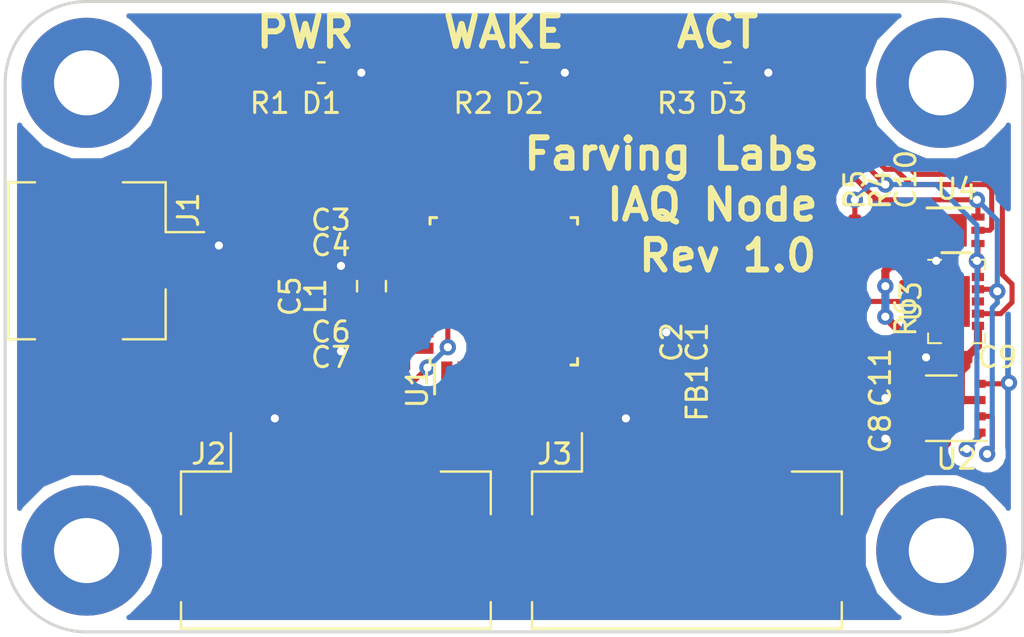
<source format=kicad_pcb>
(kicad_pcb (version 20171130) (host pcbnew "(5.0.1)-rc2")

  (general
    (thickness 1.6)
    (drawings 16)
    (tracks 300)
    (zones 0)
    (modules 33)
    (nets 28)
  )

  (page A4)
  (layers
    (0 F.Cu signal)
    (31 B.Cu signal)
    (32 B.Adhes user hide)
    (33 F.Adhes user hide)
    (34 B.Paste user hide)
    (35 F.Paste user hide)
    (36 B.SilkS user hide)
    (37 F.SilkS user)
    (38 B.Mask user hide)
    (39 F.Mask user hide)
    (40 Dwgs.User user hide)
    (41 Cmts.User user hide)
    (42 Eco1.User user hide)
    (43 Eco2.User user hide)
    (44 Edge.Cuts user)
    (45 Margin user hide)
    (46 B.CrtYd user hide)
    (47 F.CrtYd user)
    (48 B.Fab user hide)
    (49 F.Fab user hide)
  )

  (setup
    (last_trace_width 0.25)
    (trace_clearance 0.2)
    (zone_clearance 0.508)
    (zone_45_only no)
    (trace_min 0.2)
    (segment_width 0.15)
    (edge_width 0.15)
    (via_size 0.8)
    (via_drill 0.4)
    (via_min_size 0.4)
    (via_min_drill 0.3)
    (uvia_size 0.3)
    (uvia_drill 0.1)
    (uvias_allowed no)
    (uvia_min_size 0.2)
    (uvia_min_drill 0.1)
    (pcb_text_width 0.3)
    (pcb_text_size 1.5 1.5)
    (mod_edge_width 0.15)
    (mod_text_size 1 1)
    (mod_text_width 0.15)
    (pad_size 3.2 3.2)
    (pad_drill 3.2)
    (pad_to_mask_clearance 0.051)
    (solder_mask_min_width 0.25)
    (aux_axis_origin 0 0)
    (visible_elements 7FFFFFFF)
    (pcbplotparams
      (layerselection 0x010fc_ffffffff)
      (usegerberextensions false)
      (usegerberattributes false)
      (usegerberadvancedattributes false)
      (creategerberjobfile false)
      (excludeedgelayer true)
      (linewidth 0.100000)
      (plotframeref false)
      (viasonmask false)
      (mode 1)
      (useauxorigin false)
      (hpglpennumber 1)
      (hpglpenspeed 20)
      (hpglpendiameter 15.000000)
      (psnegative false)
      (psa4output false)
      (plotreference true)
      (plotvalue true)
      (plotinvisibletext false)
      (padsonsilk false)
      (subtractmaskfromsilk false)
      (outputformat 1)
      (mirror false)
      (drillshape 1)
      (scaleselection 1)
      (outputdirectory ""))
  )

  (net 0 "")
  (net 1 GND)
  (net 2 VDD)
  (net 3 /SWDIO)
  (net 4 /SWCLK)
  (net 5 /RESET)
  (net 6 /UART_RX)
  (net 7 /UART_TX)
  (net 8 /I2C_SDA)
  (net 9 /I2C_SCL)
  (net 10 "Net-(U3-Pad4)")
  (net 11 /CSS811_INT)
  (net 12 /CCS81_WAKE)
  (net 13 /OPT3001_INT)
  (net 14 "Net-(D1-Pad2)")
  (net 15 "Net-(D2-Pad2)")
  (net 16 "Net-(D3-Pad2)")
  (net 17 /LED1)
  (net 18 /LED2)
  (net 19 /CLK)
  (net 20 /CS)
  (net 21 /SDI)
  (net 22 /D_C)
  (net 23 /VDDA)
  (net 24 /VDDCORE)
  (net 25 /VSW)
  (net 26 /BUSY)
  (net 27 "Net-(R6-Pad2)")

  (net_class Default "This is the default net class."
    (clearance 0.2)
    (trace_width 0.25)
    (via_dia 0.8)
    (via_drill 0.4)
    (uvia_dia 0.3)
    (uvia_drill 0.1)
    (add_net /BUSY)
    (add_net /CCS81_WAKE)
    (add_net /CLK)
    (add_net /CS)
    (add_net /CSS811_INT)
    (add_net /D_C)
    (add_net /I2C_SCL)
    (add_net /I2C_SDA)
    (add_net /LED1)
    (add_net /LED2)
    (add_net /OPT3001_INT)
    (add_net /RESET)
    (add_net /SDI)
    (add_net /SWCLK)
    (add_net /SWDIO)
    (add_net /UART_RX)
    (add_net /UART_TX)
    (add_net /VDDA)
    (add_net /VDDCORE)
    (add_net /VSW)
    (add_net GND)
    (add_net "Net-(D1-Pad2)")
    (add_net "Net-(D2-Pad2)")
    (add_net "Net-(D3-Pad2)")
    (add_net "Net-(R6-Pad2)")
    (add_net "Net-(U3-Pad4)")
  )

  (net_class Power ""
    (clearance 0.2)
    (trace_width 0.4)
    (via_dia 0.8)
    (via_drill 0.4)
    (uvia_dia 0.3)
    (uvia_drill 0.1)
    (add_net VDD)
  )

  (module Package_LGA:AMS_LGA-10-1EP_2.7x4mm_P0.6mm (layer F.Cu) (tedit 5A02F217) (tstamp 5BEDE50A)
    (at 170.75 104.25)
    (descr "LGA-10, http://ams.com/eng/content/download/951091/2269479/471718")
    (tags "lga land grid array")
    (path /5BD4B39E)
    (attr smd)
    (fp_text reference U3 (at -2.25 0 90) (layer F.SilkS)
      (effects (font (size 1 1) (thickness 0.15)))
    )
    (fp_text value CCS811 (at 0 3.1) (layer F.Fab)
      (effects (font (size 1 1) (thickness 0.15)))
    )
    (fp_text user %R (at 0 0) (layer F.Fab)
      (effects (font (size 0.5 0.5) (thickness 0.05)))
    )
    (fp_line (start 1.5 -2.15) (end 1.5 2.15) (layer F.CrtYd) (width 0.05))
    (fp_line (start 1.5 2.15) (end -1.5 2.15) (layer F.CrtYd) (width 0.05))
    (fp_line (start -1.5 2.15) (end -1.5 -2.15) (layer F.CrtYd) (width 0.05))
    (fp_line (start -1.5 -2.15) (end 1.5 -2.15) (layer F.CrtYd) (width 0.05))
    (fp_line (start 1.3 -1.95) (end 1.3 1.95) (layer F.Fab) (width 0.1))
    (fp_line (start 1.3 1.95) (end -1.3 1.95) (layer F.Fab) (width 0.1))
    (fp_line (start -1.3 1.95) (end -1.3 -1.65) (layer F.Fab) (width 0.1))
    (fp_line (start -1.3 -1.65) (end -1 -1.95) (layer F.Fab) (width 0.1))
    (fp_line (start -1 -1.95) (end 1.3 -1.95) (layer F.Fab) (width 0.1))
    (fp_line (start -1.4 1.57) (end -1.4 2.05) (layer F.SilkS) (width 0.1))
    (fp_line (start -1.4 2.05) (end -0.76 2.05) (layer F.SilkS) (width 0.1))
    (fp_line (start -1.4 -2.05) (end -0.76 -2.05) (layer F.SilkS) (width 0.1))
    (fp_line (start 0.76 2.05) (end 1.4 2.05) (layer F.SilkS) (width 0.1))
    (fp_line (start 1.4 1.57) (end 1.4 2.05) (layer F.SilkS) (width 0.1))
    (fp_line (start 0.76 -2.05) (end 1.4 -2.05) (layer F.SilkS) (width 0.1))
    (fp_line (start 1.4 -2.05) (end 1.4 -1.57) (layer F.SilkS) (width 0.1))
    (pad 11 smd trapezoid (at 0 -1.1) (size 1 0.3) (rect_delta 0 0.3 ) (layers F.Cu F.Paste F.Mask)
      (net 1 GND))
    (pad 11 smd rect (at 0.15 -1.1) (size 1 0.3) (layers F.Cu F.Paste F.Mask)
      (net 1 GND))
    (pad 11 smd rect (at 0 0.15) (size 1.3 2.2) (layers F.Cu F.Paste F.Mask)
      (net 1 GND))
    (pad 6 smd rect (at 1.05 1.2) (size 0.6 0.4) (layers F.Cu F.Paste F.Mask)
      (net 2 VDD))
    (pad 7 smd rect (at 1.05 0.6) (size 0.6 0.4) (layers F.Cu F.Paste F.Mask)
      (net 12 /CCS81_WAKE))
    (pad 10 smd rect (at 1.05 -1.2) (size 0.6 0.4) (layers F.Cu F.Paste F.Mask)
      (net 9 /I2C_SCL))
    (pad 9 smd rect (at 1.05 -0.6) (size 0.6 0.4) (layers F.Cu F.Paste F.Mask)
      (net 8 /I2C_SDA))
    (pad 5 smd rect (at -1.05 1.2) (size 0.6 0.4) (layers F.Cu F.Paste F.Mask)
      (net 10 "Net-(U3-Pad4)"))
    (pad 1 smd rect (at -1.05 -1.2) (size 0.6 0.4) (layers F.Cu F.Paste F.Mask)
      (net 1 GND))
    (pad 2 smd rect (at -1.05 -0.6) (size 0.6 0.4) (layers F.Cu F.Paste F.Mask)
      (net 27 "Net-(R6-Pad2)"))
    (pad 3 smd rect (at -1.05 0) (size 0.6 0.4) (layers F.Cu F.Paste F.Mask)
      (net 11 /CSS811_INT))
    (pad 4 smd rect (at -1.05 0.6) (size 0.6 0.4) (layers F.Cu F.Paste F.Mask)
      (net 10 "Net-(U3-Pad4)"))
    (pad 8 smd rect (at 1.05 0) (size 0.6 0.4) (layers F.Cu F.Paste F.Mask))
    (model ${KISYS3DMOD}/Package_LGA.3dshapes/AMS_LGA-10-1EP_2.7x4mm_P0.6mm.wrl
      (at (xyz 0 0 0))
      (scale (xyz 1 1 1))
      (rotate (xyz 0 0 0))
    )
  )

  (module Capacitor_SMD:C_0402_1005Metric (layer F.Cu) (tedit 5B301BBE) (tstamp 5BFC3CE7)
    (at 155.5 106.25 90)
    (descr "Capacitor SMD 0402 (1005 Metric), square (rectangular) end terminal, IPC_7351 nominal, (Body size source: http://www.tortai-tech.com/upload/download/2011102023233369053.pdf), generated with kicad-footprint-generator")
    (tags capacitor)
    (path /5BD562C8)
    (attr smd)
    (fp_text reference C1 (at 0 2.5 90) (layer F.SilkS)
      (effects (font (size 1 1) (thickness 0.15)))
    )
    (fp_text value 4u7 (at 0 1.17 90) (layer F.Fab)
      (effects (font (size 1 1) (thickness 0.15)))
    )
    (fp_text user %R (at 0 0 90) (layer F.Fab)
      (effects (font (size 0.25 0.25) (thickness 0.04)))
    )
    (fp_line (start 0.93 0.47) (end -0.93 0.47) (layer F.CrtYd) (width 0.05))
    (fp_line (start 0.93 -0.47) (end 0.93 0.47) (layer F.CrtYd) (width 0.05))
    (fp_line (start -0.93 -0.47) (end 0.93 -0.47) (layer F.CrtYd) (width 0.05))
    (fp_line (start -0.93 0.47) (end -0.93 -0.47) (layer F.CrtYd) (width 0.05))
    (fp_line (start 0.5 0.25) (end -0.5 0.25) (layer F.Fab) (width 0.1))
    (fp_line (start 0.5 -0.25) (end 0.5 0.25) (layer F.Fab) (width 0.1))
    (fp_line (start -0.5 -0.25) (end 0.5 -0.25) (layer F.Fab) (width 0.1))
    (fp_line (start -0.5 0.25) (end -0.5 -0.25) (layer F.Fab) (width 0.1))
    (pad 2 smd roundrect (at 0.485 0 90) (size 0.59 0.64) (layers F.Cu F.Paste F.Mask) (roundrect_rratio 0.25)
      (net 1 GND))
    (pad 1 smd roundrect (at -0.485 0 90) (size 0.59 0.64) (layers F.Cu F.Paste F.Mask) (roundrect_rratio 0.25)
      (net 23 /VDDA))
    (model ${KISYS3DMOD}/Capacitor_SMD.3dshapes/C_0402_1005Metric.wrl
      (at (xyz 0 0 0))
      (scale (xyz 1 1 1))
      (rotate (xyz 0 0 0))
    )
  )

  (module Capacitor_SMD:C_0402_1005Metric (layer F.Cu) (tedit 5B301BBE) (tstamp 5BE4E447)
    (at 154.5 106.25 90)
    (descr "Capacitor SMD 0402 (1005 Metric), square (rectangular) end terminal, IPC_7351 nominal, (Body size source: http://www.tortai-tech.com/upload/download/2011102023233369053.pdf), generated with kicad-footprint-generator")
    (tags capacitor)
    (path /5BD53E29)
    (attr smd)
    (fp_text reference C2 (at 0 2.25 90) (layer F.SilkS)
      (effects (font (size 1 1) (thickness 0.15)))
    )
    (fp_text value 100n (at 0 1.17 90) (layer F.Fab)
      (effects (font (size 1 1) (thickness 0.15)))
    )
    (fp_line (start -0.5 0.25) (end -0.5 -0.25) (layer F.Fab) (width 0.1))
    (fp_line (start -0.5 -0.25) (end 0.5 -0.25) (layer F.Fab) (width 0.1))
    (fp_line (start 0.5 -0.25) (end 0.5 0.25) (layer F.Fab) (width 0.1))
    (fp_line (start 0.5 0.25) (end -0.5 0.25) (layer F.Fab) (width 0.1))
    (fp_line (start -0.93 0.47) (end -0.93 -0.47) (layer F.CrtYd) (width 0.05))
    (fp_line (start -0.93 -0.47) (end 0.93 -0.47) (layer F.CrtYd) (width 0.05))
    (fp_line (start 0.93 -0.47) (end 0.93 0.47) (layer F.CrtYd) (width 0.05))
    (fp_line (start 0.93 0.47) (end -0.93 0.47) (layer F.CrtYd) (width 0.05))
    (fp_text user %R (at 0 0 90) (layer F.Fab)
      (effects (font (size 0.25 0.25) (thickness 0.04)))
    )
    (pad 1 smd roundrect (at -0.485 0 90) (size 0.59 0.64) (layers F.Cu F.Paste F.Mask) (roundrect_rratio 0.25)
      (net 23 /VDDA))
    (pad 2 smd roundrect (at 0.485 0 90) (size 0.59 0.64) (layers F.Cu F.Paste F.Mask) (roundrect_rratio 0.25)
      (net 1 GND))
    (model ${KISYS3DMOD}/Capacitor_SMD.3dshapes/C_0402_1005Metric.wrl
      (at (xyz 0 0 0))
      (scale (xyz 1 1 1))
      (rotate (xyz 0 0 0))
    )
  )

  (module Capacitor_SMD:C_0402_1005Metric (layer F.Cu) (tedit 5B301BBE) (tstamp 5BEDE3B8)
    (at 142 100.25 180)
    (descr "Capacitor SMD 0402 (1005 Metric), square (rectangular) end terminal, IPC_7351 nominal, (Body size source: http://www.tortai-tech.com/upload/download/2011102023233369053.pdf), generated with kicad-footprint-generator")
    (tags capacitor)
    (path /5BD661DA)
    (attr smd)
    (fp_text reference C3 (at 2 0 180) (layer F.SilkS)
      (effects (font (size 1 1) (thickness 0.15)))
    )
    (fp_text value 1u (at 0 1.17 180) (layer F.Fab)
      (effects (font (size 1 1) (thickness 0.15)))
    )
    (fp_line (start -0.5 0.25) (end -0.5 -0.25) (layer F.Fab) (width 0.1))
    (fp_line (start -0.5 -0.25) (end 0.5 -0.25) (layer F.Fab) (width 0.1))
    (fp_line (start 0.5 -0.25) (end 0.5 0.25) (layer F.Fab) (width 0.1))
    (fp_line (start 0.5 0.25) (end -0.5 0.25) (layer F.Fab) (width 0.1))
    (fp_line (start -0.93 0.47) (end -0.93 -0.47) (layer F.CrtYd) (width 0.05))
    (fp_line (start -0.93 -0.47) (end 0.93 -0.47) (layer F.CrtYd) (width 0.05))
    (fp_line (start 0.93 -0.47) (end 0.93 0.47) (layer F.CrtYd) (width 0.05))
    (fp_line (start 0.93 0.47) (end -0.93 0.47) (layer F.CrtYd) (width 0.05))
    (fp_text user %R (at 0 0 180) (layer F.Fab)
      (effects (font (size 0.25 0.25) (thickness 0.04)))
    )
    (pad 1 smd roundrect (at -0.485 0 180) (size 0.59 0.64) (layers F.Cu F.Paste F.Mask) (roundrect_rratio 0.25)
      (net 24 /VDDCORE))
    (pad 2 smd roundrect (at 0.485 0 180) (size 0.59 0.64) (layers F.Cu F.Paste F.Mask) (roundrect_rratio 0.25)
      (net 1 GND))
    (model ${KISYS3DMOD}/Capacitor_SMD.3dshapes/C_0402_1005Metric.wrl
      (at (xyz 0 0 0))
      (scale (xyz 1 1 1))
      (rotate (xyz 0 0 0))
    )
  )

  (module Capacitor_SMD:C_0402_1005Metric (layer F.Cu) (tedit 5B301BBE) (tstamp 5BE448F6)
    (at 142 101.25 180)
    (descr "Capacitor SMD 0402 (1005 Metric), square (rectangular) end terminal, IPC_7351 nominal, (Body size source: http://www.tortai-tech.com/upload/download/2011102023233369053.pdf), generated with kicad-footprint-generator")
    (tags capacitor)
    (path /5BD6616E)
    (attr smd)
    (fp_text reference C4 (at 2 -0.25 180) (layer F.SilkS)
      (effects (font (size 1 1) (thickness 0.15)))
    )
    (fp_text value 100n (at 0 1.17 180) (layer F.Fab)
      (effects (font (size 1 1) (thickness 0.15)))
    )
    (fp_text user %R (at 0 0 180) (layer F.Fab)
      (effects (font (size 0.25 0.25) (thickness 0.04)))
    )
    (fp_line (start 0.93 0.47) (end -0.93 0.47) (layer F.CrtYd) (width 0.05))
    (fp_line (start 0.93 -0.47) (end 0.93 0.47) (layer F.CrtYd) (width 0.05))
    (fp_line (start -0.93 -0.47) (end 0.93 -0.47) (layer F.CrtYd) (width 0.05))
    (fp_line (start -0.93 0.47) (end -0.93 -0.47) (layer F.CrtYd) (width 0.05))
    (fp_line (start 0.5 0.25) (end -0.5 0.25) (layer F.Fab) (width 0.1))
    (fp_line (start 0.5 -0.25) (end 0.5 0.25) (layer F.Fab) (width 0.1))
    (fp_line (start -0.5 -0.25) (end 0.5 -0.25) (layer F.Fab) (width 0.1))
    (fp_line (start -0.5 0.25) (end -0.5 -0.25) (layer F.Fab) (width 0.1))
    (pad 2 smd roundrect (at 0.485 0 180) (size 0.59 0.64) (layers F.Cu F.Paste F.Mask) (roundrect_rratio 0.25)
      (net 1 GND))
    (pad 1 smd roundrect (at -0.485 0 180) (size 0.59 0.64) (layers F.Cu F.Paste F.Mask) (roundrect_rratio 0.25)
      (net 24 /VDDCORE))
    (model ${KISYS3DMOD}/Capacitor_SMD.3dshapes/C_0402_1005Metric.wrl
      (at (xyz 0 0 0))
      (scale (xyz 1 1 1))
      (rotate (xyz 0 0 0))
    )
  )

  (module Capacitor_SMD:C_0402_1005Metric (layer F.Cu) (tedit 5B301BBE) (tstamp 5BEDE3D6)
    (at 140.5 104 90)
    (descr "Capacitor SMD 0402 (1005 Metric), square (rectangular) end terminal, IPC_7351 nominal, (Body size source: http://www.tortai-tech.com/upload/download/2011102023233369053.pdf), generated with kicad-footprint-generator")
    (tags capacitor)
    (path /5BD5A802)
    (attr smd)
    (fp_text reference C5 (at 0 -2.5 90) (layer F.SilkS)
      (effects (font (size 1 1) (thickness 0.15)))
    )
    (fp_text value 1u (at 0 1.17 90) (layer F.Fab)
      (effects (font (size 1 1) (thickness 0.15)))
    )
    (fp_line (start -0.5 0.25) (end -0.5 -0.25) (layer F.Fab) (width 0.1))
    (fp_line (start -0.5 -0.25) (end 0.5 -0.25) (layer F.Fab) (width 0.1))
    (fp_line (start 0.5 -0.25) (end 0.5 0.25) (layer F.Fab) (width 0.1))
    (fp_line (start 0.5 0.25) (end -0.5 0.25) (layer F.Fab) (width 0.1))
    (fp_line (start -0.93 0.47) (end -0.93 -0.47) (layer F.CrtYd) (width 0.05))
    (fp_line (start -0.93 -0.47) (end 0.93 -0.47) (layer F.CrtYd) (width 0.05))
    (fp_line (start 0.93 -0.47) (end 0.93 0.47) (layer F.CrtYd) (width 0.05))
    (fp_line (start 0.93 0.47) (end -0.93 0.47) (layer F.CrtYd) (width 0.05))
    (fp_text user %R (at 0 0 90) (layer F.Fab)
      (effects (font (size 0.25 0.25) (thickness 0.04)))
    )
    (pad 1 smd roundrect (at -0.485 0 90) (size 0.59 0.64) (layers F.Cu F.Paste F.Mask) (roundrect_rratio 0.25)
      (net 25 /VSW))
    (pad 2 smd roundrect (at 0.485 0 90) (size 0.59 0.64) (layers F.Cu F.Paste F.Mask) (roundrect_rratio 0.25)
      (net 1 GND))
    (model ${KISYS3DMOD}/Capacitor_SMD.3dshapes/C_0402_1005Metric.wrl
      (at (xyz 0 0 0))
      (scale (xyz 1 1 1))
      (rotate (xyz 0 0 0))
    )
  )

  (module Capacitor_SMD:C_0402_1005Metric (layer F.Cu) (tedit 5B301BBE) (tstamp 5BEDE3E5)
    (at 142 105.75 180)
    (descr "Capacitor SMD 0402 (1005 Metric), square (rectangular) end terminal, IPC_7351 nominal, (Body size source: http://www.tortai-tech.com/upload/download/2011102023233369053.pdf), generated with kicad-footprint-generator")
    (tags capacitor)
    (path /5BD57640)
    (attr smd)
    (fp_text reference C6 (at 2 0 180) (layer F.SilkS)
      (effects (font (size 1 1) (thickness 0.15)))
    )
    (fp_text value 100n (at 0 1.17 180) (layer F.Fab)
      (effects (font (size 1 1) (thickness 0.15)))
    )
    (fp_line (start -0.5 0.25) (end -0.5 -0.25) (layer F.Fab) (width 0.1))
    (fp_line (start -0.5 -0.25) (end 0.5 -0.25) (layer F.Fab) (width 0.1))
    (fp_line (start 0.5 -0.25) (end 0.5 0.25) (layer F.Fab) (width 0.1))
    (fp_line (start 0.5 0.25) (end -0.5 0.25) (layer F.Fab) (width 0.1))
    (fp_line (start -0.93 0.47) (end -0.93 -0.47) (layer F.CrtYd) (width 0.05))
    (fp_line (start -0.93 -0.47) (end 0.93 -0.47) (layer F.CrtYd) (width 0.05))
    (fp_line (start 0.93 -0.47) (end 0.93 0.47) (layer F.CrtYd) (width 0.05))
    (fp_line (start 0.93 0.47) (end -0.93 0.47) (layer F.CrtYd) (width 0.05))
    (fp_text user %R (at 0 0 180) (layer F.Fab)
      (effects (font (size 0.25 0.25) (thickness 0.04)))
    )
    (pad 1 smd roundrect (at -0.485 0 180) (size 0.59 0.64) (layers F.Cu F.Paste F.Mask) (roundrect_rratio 0.25)
      (net 2 VDD))
    (pad 2 smd roundrect (at 0.485 0 180) (size 0.59 0.64) (layers F.Cu F.Paste F.Mask) (roundrect_rratio 0.25)
      (net 1 GND))
    (model ${KISYS3DMOD}/Capacitor_SMD.3dshapes/C_0402_1005Metric.wrl
      (at (xyz 0 0 0))
      (scale (xyz 1 1 1))
      (rotate (xyz 0 0 0))
    )
  )

  (module Capacitor_SMD:C_0402_1005Metric (layer F.Cu) (tedit 5B301BBE) (tstamp 5BE4E2B6)
    (at 142 106.75 180)
    (descr "Capacitor SMD 0402 (1005 Metric), square (rectangular) end terminal, IPC_7351 nominal, (Body size source: http://www.tortai-tech.com/upload/download/2011102023233369053.pdf), generated with kicad-footprint-generator")
    (tags capacitor)
    (path /5BD57680)
    (attr smd)
    (fp_text reference C7 (at 2 -0.25 180) (layer F.SilkS)
      (effects (font (size 1 1) (thickness 0.15)))
    )
    (fp_text value 4u7 (at 0 1.17 180) (layer F.Fab)
      (effects (font (size 1 1) (thickness 0.15)))
    )
    (fp_text user %R (at 0 0 180) (layer F.Fab)
      (effects (font (size 0.25 0.25) (thickness 0.04)))
    )
    (fp_line (start 0.93 0.47) (end -0.93 0.47) (layer F.CrtYd) (width 0.05))
    (fp_line (start 0.93 -0.47) (end 0.93 0.47) (layer F.CrtYd) (width 0.05))
    (fp_line (start -0.93 -0.47) (end 0.93 -0.47) (layer F.CrtYd) (width 0.05))
    (fp_line (start -0.93 0.47) (end -0.93 -0.47) (layer F.CrtYd) (width 0.05))
    (fp_line (start 0.5 0.25) (end -0.5 0.25) (layer F.Fab) (width 0.1))
    (fp_line (start 0.5 -0.25) (end 0.5 0.25) (layer F.Fab) (width 0.1))
    (fp_line (start -0.5 -0.25) (end 0.5 -0.25) (layer F.Fab) (width 0.1))
    (fp_line (start -0.5 0.25) (end -0.5 -0.25) (layer F.Fab) (width 0.1))
    (pad 2 smd roundrect (at 0.485 0 180) (size 0.59 0.64) (layers F.Cu F.Paste F.Mask) (roundrect_rratio 0.25)
      (net 1 GND))
    (pad 1 smd roundrect (at -0.485 0 180) (size 0.59 0.64) (layers F.Cu F.Paste F.Mask) (roundrect_rratio 0.25)
      (net 2 VDD))
    (model ${KISYS3DMOD}/Capacitor_SMD.3dshapes/C_0402_1005Metric.wrl
      (at (xyz 0 0 0))
      (scale (xyz 1 1 1))
      (rotate (xyz 0 0 0))
    )
  )

  (module Inductor_SMD:L_0402_1005Metric (layer F.Cu) (tedit 5B301BBE) (tstamp 5BEDE403)
    (at 155.5 108.25 270)
    (descr "Inductor SMD 0402 (1005 Metric), square (rectangular) end terminal, IPC_7351 nominal, (Body size source: http://www.tortai-tech.com/upload/download/2011102023233369053.pdf), generated with kicad-footprint-generator")
    (tags inductor)
    (path /5BD53D77)
    (attr smd)
    (fp_text reference FB1 (at 0.5 -2.5 270) (layer F.SilkS)
      (effects (font (size 1 1) (thickness 0.15)))
    )
    (fp_text value Ferrite_Bead_Small (at 0 1.17 270) (layer F.Fab)
      (effects (font (size 1 1) (thickness 0.15)))
    )
    (fp_line (start -0.5 0.25) (end -0.5 -0.25) (layer F.Fab) (width 0.1))
    (fp_line (start -0.5 -0.25) (end 0.5 -0.25) (layer F.Fab) (width 0.1))
    (fp_line (start 0.5 -0.25) (end 0.5 0.25) (layer F.Fab) (width 0.1))
    (fp_line (start 0.5 0.25) (end -0.5 0.25) (layer F.Fab) (width 0.1))
    (fp_line (start -0.93 0.47) (end -0.93 -0.47) (layer F.CrtYd) (width 0.05))
    (fp_line (start -0.93 -0.47) (end 0.93 -0.47) (layer F.CrtYd) (width 0.05))
    (fp_line (start 0.93 -0.47) (end 0.93 0.47) (layer F.CrtYd) (width 0.05))
    (fp_line (start 0.93 0.47) (end -0.93 0.47) (layer F.CrtYd) (width 0.05))
    (fp_text user %R (at 0 0 270) (layer F.Fab)
      (effects (font (size 0.25 0.25) (thickness 0.04)))
    )
    (pad 1 smd roundrect (at -0.485 0 270) (size 0.59 0.64) (layers F.Cu F.Paste F.Mask) (roundrect_rratio 0.25)
      (net 23 /VDDA))
    (pad 2 smd roundrect (at 0.485 0 270) (size 0.59 0.64) (layers F.Cu F.Paste F.Mask) (roundrect_rratio 0.25)
      (net 2 VDD))
    (model ${KISYS3DMOD}/Inductor_SMD.3dshapes/L_0402_1005Metric.wrl
      (at (xyz 0 0 0))
      (scale (xyz 1 1 1))
      (rotate (xyz 0 0 0))
    )
  )

  (module Connector_JST:JST_ZE_SM02B-ZESS-TBT_1x02-1MP_P1.50mm_Horizontal (layer F.Cu) (tedit 5B78AD88) (tstamp 5BEDE41E)
    (at 129.75 102.25 270)
    (descr "JST ZE series connector, SM02B-ZESS-TBT (http://www.jst-mfg.com/product/pdf/eng/eZE.pdf), generated with kicad-footprint-generator")
    (tags "connector JST ZE top entry")
    (path /5BD4BF31)
    (attr smd)
    (fp_text reference J1 (at -2.5 -3.25 270) (layer F.SilkS)
      (effects (font (size 1 1) (thickness 0.15)))
    )
    (fp_text value "JST S2B-ZR-SMA4-TF" (at 0 6.68 270) (layer F.Fab)
      (effects (font (size 1 1) (thickness 0.15)))
    )
    (fp_line (start -3.75 -2.025) (end 3.75 -2.025) (layer F.Fab) (width 0.1))
    (fp_line (start -3.86 -0.035) (end -3.86 -2.135) (layer F.SilkS) (width 0.12))
    (fp_line (start -3.86 -2.135) (end -1.41 -2.135) (layer F.SilkS) (width 0.12))
    (fp_line (start -1.41 -2.135) (end -1.41 -4.025) (layer F.SilkS) (width 0.12))
    (fp_line (start 3.86 -0.035) (end 3.86 -2.135) (layer F.SilkS) (width 0.12))
    (fp_line (start 3.86 -2.135) (end 1.41 -2.135) (layer F.SilkS) (width 0.12))
    (fp_line (start -3.86 4.285) (end -3.86 5.585) (layer F.SilkS) (width 0.12))
    (fp_line (start -3.86 5.585) (end 3.86 5.585) (layer F.SilkS) (width 0.12))
    (fp_line (start 3.86 5.585) (end 3.86 4.285) (layer F.SilkS) (width 0.12))
    (fp_line (start -3.75 5.475) (end 3.75 5.475) (layer F.Fab) (width 0.1))
    (fp_line (start -3.75 -2.025) (end -3.75 5.475) (layer F.Fab) (width 0.1))
    (fp_line (start 3.75 -2.025) (end 3.75 5.475) (layer F.Fab) (width 0.1))
    (fp_line (start -4.75 -4.52) (end -4.75 5.98) (layer F.CrtYd) (width 0.05))
    (fp_line (start -4.75 5.98) (end 4.75 5.98) (layer F.CrtYd) (width 0.05))
    (fp_line (start 4.75 5.98) (end 4.75 -4.52) (layer F.CrtYd) (width 0.05))
    (fp_line (start 4.75 -4.52) (end -4.75 -4.52) (layer F.CrtYd) (width 0.05))
    (fp_line (start -1.25 -2.025) (end -0.75 -1.317893) (layer F.Fab) (width 0.1))
    (fp_line (start -0.75 -1.317893) (end -0.25 -2.025) (layer F.Fab) (width 0.1))
    (fp_text user %R (at 0 0 270) (layer F.Fab)
      (effects (font (size 1 1) (thickness 0.15)))
    )
    (pad 1 smd roundrect (at -0.75 -2.575 270) (size 0.8 2.9) (layers F.Cu F.Paste F.Mask) (roundrect_rratio 0.25)
      (net 1 GND))
    (pad 2 smd roundrect (at 0.75 -2.575 270) (size 0.8 2.9) (layers F.Cu F.Paste F.Mask) (roundrect_rratio 0.25)
      (net 2 VDD))
    (pad MP smd roundrect (at -3.35 2.125 270) (size 1.8 3.8) (layers F.Cu F.Paste F.Mask) (roundrect_rratio 0.138889))
    (pad MP smd roundrect (at 3.35 2.125 270) (size 1.8 3.8) (layers F.Cu F.Paste F.Mask) (roundrect_rratio 0.138889))
    (model ${KISYS3DMOD}/Connector_JST.3dshapes/JST_ZE_SM02B-ZESS-TBT_1x02-1MP_P1.50mm_Horizontal.wrl
      (at (xyz 0 0 0))
      (scale (xyz 1 1 1))
      (rotate (xyz 0 0 0))
    )
  )

  (module Connector_JST:JST_ZE_SM07B-ZESS-TBT_1x07-1MP_P1.50mm_Horizontal (layer F.Cu) (tedit 5B78AD88) (tstamp 5BEDE45D)
    (at 157.5 114.75)
    (descr "JST ZE series connector, SM07B-ZESS-TBT (http://www.jst-mfg.com/product/pdf/eng/eZE.pdf), generated with kicad-footprint-generator")
    (tags "connector JST ZE top entry")
    (path /5BF1E385)
    (attr smd)
    (fp_text reference J3 (at -6.5 -3) (layer F.SilkS)
      (effects (font (size 1 1) (thickness 0.15)))
    )
    (fp_text value "JST S7B-ZR-SMA4-TF" (at 0 6.68) (layer F.Fab)
      (effects (font (size 1 1) (thickness 0.15)))
    )
    (fp_line (start -7.5 -2.025) (end 7.5 -2.025) (layer F.Fab) (width 0.1))
    (fp_line (start -7.61 -0.035) (end -7.61 -2.135) (layer F.SilkS) (width 0.12))
    (fp_line (start -7.61 -2.135) (end -5.16 -2.135) (layer F.SilkS) (width 0.12))
    (fp_line (start -5.16 -2.135) (end -5.16 -4.025) (layer F.SilkS) (width 0.12))
    (fp_line (start 7.61 -0.035) (end 7.61 -2.135) (layer F.SilkS) (width 0.12))
    (fp_line (start 7.61 -2.135) (end 5.16 -2.135) (layer F.SilkS) (width 0.12))
    (fp_line (start -7.61 4.285) (end -7.61 5.585) (layer F.SilkS) (width 0.12))
    (fp_line (start -7.61 5.585) (end 7.61 5.585) (layer F.SilkS) (width 0.12))
    (fp_line (start 7.61 5.585) (end 7.61 4.285) (layer F.SilkS) (width 0.12))
    (fp_line (start -7.5 5.475) (end 7.5 5.475) (layer F.Fab) (width 0.1))
    (fp_line (start -7.5 -2.025) (end -7.5 5.475) (layer F.Fab) (width 0.1))
    (fp_line (start 7.5 -2.025) (end 7.5 5.475) (layer F.Fab) (width 0.1))
    (fp_line (start -8.5 -4.52) (end -8.5 5.98) (layer F.CrtYd) (width 0.05))
    (fp_line (start -8.5 5.98) (end 8.5 5.98) (layer F.CrtYd) (width 0.05))
    (fp_line (start 8.5 5.98) (end 8.5 -4.52) (layer F.CrtYd) (width 0.05))
    (fp_line (start 8.5 -4.52) (end -8.5 -4.52) (layer F.CrtYd) (width 0.05))
    (fp_line (start -5 -2.025) (end -4.5 -1.317893) (layer F.Fab) (width 0.1))
    (fp_line (start -4.5 -1.317893) (end -4 -2.025) (layer F.Fab) (width 0.1))
    (fp_text user %R (at 0 0) (layer F.Fab)
      (effects (font (size 1 1) (thickness 0.15)))
    )
    (pad 1 smd roundrect (at -4.5 -2.575) (size 0.8 2.9) (layers F.Cu F.Paste F.Mask) (roundrect_rratio 0.25)
      (net 2 VDD))
    (pad 2 smd roundrect (at -3 -2.575) (size 0.8 2.9) (layers F.Cu F.Paste F.Mask) (roundrect_rratio 0.25)
      (net 1 GND))
    (pad 3 smd roundrect (at -1.5 -2.575) (size 0.8 2.9) (layers F.Cu F.Paste F.Mask) (roundrect_rratio 0.25)
      (net 19 /CLK))
    (pad 4 smd roundrect (at 0 -2.575) (size 0.8 2.9) (layers F.Cu F.Paste F.Mask) (roundrect_rratio 0.25)
      (net 20 /CS))
    (pad 5 smd roundrect (at 1.5 -2.575) (size 0.8 2.9) (layers F.Cu F.Paste F.Mask) (roundrect_rratio 0.25)
      (net 21 /SDI))
    (pad 6 smd roundrect (at 3 -2.575) (size 0.8 2.9) (layers F.Cu F.Paste F.Mask) (roundrect_rratio 0.25)
      (net 22 /D_C))
    (pad 7 smd roundrect (at 4.5 -2.575) (size 0.8 2.9) (layers F.Cu F.Paste F.Mask) (roundrect_rratio 0.25)
      (net 26 /BUSY))
    (pad MP smd roundrect (at -7.1 2.125) (size 1.8 3.8) (layers F.Cu F.Paste F.Mask) (roundrect_rratio 0.138889))
    (pad MP smd roundrect (at 7.1 2.125) (size 1.8 3.8) (layers F.Cu F.Paste F.Mask) (roundrect_rratio 0.138889))
    (model ${KISYS3DMOD}/Connector_JST.3dshapes/JST_ZE_SM07B-ZESS-TBT_1x07-1MP_P1.50mm_Horizontal.wrl
      (at (xyz 0 0 0))
      (scale (xyz 1 1 1))
      (rotate (xyz 0 0 0))
    )
  )

  (module Resistor_SMD:R_0402_1005Metric (layer F.Cu) (tedit 5B301BBD) (tstamp 5BEDE48A)
    (at 157 93)
    (descr "Resistor SMD 0402 (1005 Metric), square (rectangular) end terminal, IPC_7351 nominal, (Body size source: http://www.tortai-tech.com/upload/download/2011102023233369053.pdf), generated with kicad-footprint-generator")
    (tags resistor)
    (path /5BF180AA)
    (attr smd)
    (fp_text reference R3 (at 0 1.5) (layer F.SilkS)
      (effects (font (size 1 1) (thickness 0.15)))
    )
    (fp_text value R_Small (at 0 1.17) (layer F.Fab)
      (effects (font (size 1 1) (thickness 0.15)))
    )
    (fp_text user %R (at 0 0) (layer F.Fab)
      (effects (font (size 0.25 0.25) (thickness 0.04)))
    )
    (fp_line (start 0.93 0.47) (end -0.93 0.47) (layer F.CrtYd) (width 0.05))
    (fp_line (start 0.93 -0.47) (end 0.93 0.47) (layer F.CrtYd) (width 0.05))
    (fp_line (start -0.93 -0.47) (end 0.93 -0.47) (layer F.CrtYd) (width 0.05))
    (fp_line (start -0.93 0.47) (end -0.93 -0.47) (layer F.CrtYd) (width 0.05))
    (fp_line (start 0.5 0.25) (end -0.5 0.25) (layer F.Fab) (width 0.1))
    (fp_line (start 0.5 -0.25) (end 0.5 0.25) (layer F.Fab) (width 0.1))
    (fp_line (start -0.5 -0.25) (end 0.5 -0.25) (layer F.Fab) (width 0.1))
    (fp_line (start -0.5 0.25) (end -0.5 -0.25) (layer F.Fab) (width 0.1))
    (pad 2 smd roundrect (at 0.485 0) (size 0.59 0.64) (layers F.Cu F.Paste F.Mask) (roundrect_rratio 0.25)
      (net 16 "Net-(D3-Pad2)"))
    (pad 1 smd roundrect (at -0.485 0) (size 0.59 0.64) (layers F.Cu F.Paste F.Mask) (roundrect_rratio 0.25)
      (net 18 /LED2))
    (model ${KISYS3DMOD}/Resistor_SMD.3dshapes/R_0402_1005Metric.wrl
      (at (xyz 0 0 0))
      (scale (xyz 1 1 1))
      (rotate (xyz 0 0 0))
    )
  )

  (module Resistor_SMD:R_0402_1005Metric (layer F.Cu) (tedit 5B301BBD) (tstamp 5BEDE499)
    (at 166.75 100.75 90)
    (descr "Resistor SMD 0402 (1005 Metric), square (rectangular) end terminal, IPC_7351 nominal, (Body size source: http://www.tortai-tech.com/upload/download/2011102023233369053.pdf), generated with kicad-footprint-generator")
    (tags resistor)
    (path /5BD9363B)
    (attr smd)
    (fp_text reference R4 (at 2 0.25 90) (layer F.SilkS)
      (effects (font (size 1 1) (thickness 0.15)))
    )
    (fp_text value 2k2 (at 0 1.17 90) (layer F.Fab)
      (effects (font (size 1 1) (thickness 0.15)))
    )
    (fp_line (start -0.5 0.25) (end -0.5 -0.25) (layer F.Fab) (width 0.1))
    (fp_line (start -0.5 -0.25) (end 0.5 -0.25) (layer F.Fab) (width 0.1))
    (fp_line (start 0.5 -0.25) (end 0.5 0.25) (layer F.Fab) (width 0.1))
    (fp_line (start 0.5 0.25) (end -0.5 0.25) (layer F.Fab) (width 0.1))
    (fp_line (start -0.93 0.47) (end -0.93 -0.47) (layer F.CrtYd) (width 0.05))
    (fp_line (start -0.93 -0.47) (end 0.93 -0.47) (layer F.CrtYd) (width 0.05))
    (fp_line (start 0.93 -0.47) (end 0.93 0.47) (layer F.CrtYd) (width 0.05))
    (fp_line (start 0.93 0.47) (end -0.93 0.47) (layer F.CrtYd) (width 0.05))
    (fp_text user %R (at 0 0 90) (layer F.Fab)
      (effects (font (size 0.25 0.25) (thickness 0.04)))
    )
    (pad 1 smd roundrect (at -0.485 0 90) (size 0.59 0.64) (layers F.Cu F.Paste F.Mask) (roundrect_rratio 0.25)
      (net 2 VDD))
    (pad 2 smd roundrect (at 0.485 0 90) (size 0.59 0.64) (layers F.Cu F.Paste F.Mask) (roundrect_rratio 0.25)
      (net 8 /I2C_SDA))
    (model ${KISYS3DMOD}/Resistor_SMD.3dshapes/R_0402_1005Metric.wrl
      (at (xyz 0 0 0))
      (scale (xyz 1 1 1))
      (rotate (xyz 0 0 0))
    )
  )

  (module Package_QFP:TQFP-32_7x7mm_P0.8mm (layer F.Cu) (tedit 5A02F146) (tstamp 5BEDE4D0)
    (at 148.5 103.75 90)
    (descr "32-Lead Plastic Thin Quad Flatpack (PT) - 7x7x1.0 mm Body, 2.00 mm [TQFP] (see Microchip Packaging Specification 00000049BS.pdf)")
    (tags "QFP 0.8")
    (path /5BD4B7C2)
    (attr smd)
    (fp_text reference U1 (at -4.75 -4.25 90) (layer F.SilkS)
      (effects (font (size 1 1) (thickness 0.15)))
    )
    (fp_text value ATSAML21E18B-AUT (at 0 6.05 90) (layer F.Fab)
      (effects (font (size 1 1) (thickness 0.15)))
    )
    (fp_text user %R (at 0 0 90) (layer F.Fab)
      (effects (font (size 1 1) (thickness 0.15)))
    )
    (fp_line (start -2.5 -3.5) (end 3.5 -3.5) (layer F.Fab) (width 0.15))
    (fp_line (start 3.5 -3.5) (end 3.5 3.5) (layer F.Fab) (width 0.15))
    (fp_line (start 3.5 3.5) (end -3.5 3.5) (layer F.Fab) (width 0.15))
    (fp_line (start -3.5 3.5) (end -3.5 -2.5) (layer F.Fab) (width 0.15))
    (fp_line (start -3.5 -2.5) (end -2.5 -3.5) (layer F.Fab) (width 0.15))
    (fp_line (start -5.3 -5.3) (end -5.3 5.3) (layer F.CrtYd) (width 0.05))
    (fp_line (start 5.3 -5.3) (end 5.3 5.3) (layer F.CrtYd) (width 0.05))
    (fp_line (start -5.3 -5.3) (end 5.3 -5.3) (layer F.CrtYd) (width 0.05))
    (fp_line (start -5.3 5.3) (end 5.3 5.3) (layer F.CrtYd) (width 0.05))
    (fp_line (start -3.625 -3.625) (end -3.625 -3.4) (layer F.SilkS) (width 0.15))
    (fp_line (start 3.625 -3.625) (end 3.625 -3.3) (layer F.SilkS) (width 0.15))
    (fp_line (start 3.625 3.625) (end 3.625 3.3) (layer F.SilkS) (width 0.15))
    (fp_line (start -3.625 3.625) (end -3.625 3.3) (layer F.SilkS) (width 0.15))
    (fp_line (start -3.625 -3.625) (end -3.3 -3.625) (layer F.SilkS) (width 0.15))
    (fp_line (start -3.625 3.625) (end -3.3 3.625) (layer F.SilkS) (width 0.15))
    (fp_line (start 3.625 3.625) (end 3.3 3.625) (layer F.SilkS) (width 0.15))
    (fp_line (start 3.625 -3.625) (end 3.3 -3.625) (layer F.SilkS) (width 0.15))
    (fp_line (start -3.625 -3.4) (end -5.05 -3.4) (layer F.SilkS) (width 0.15))
    (pad 1 smd rect (at -4.25 -2.8 90) (size 1.6 0.55) (layers F.Cu F.Paste F.Mask)
      (net 6 /UART_RX))
    (pad 2 smd rect (at -4.25 -2 90) (size 1.6 0.55) (layers F.Cu F.Paste F.Mask)
      (net 7 /UART_TX))
    (pad 3 smd rect (at -4.25 -1.2 90) (size 1.6 0.55) (layers F.Cu F.Paste F.Mask))
    (pad 4 smd rect (at -4.25 -0.4 90) (size 1.6 0.55) (layers F.Cu F.Paste F.Mask))
    (pad 5 smd rect (at -4.25 0.4 90) (size 1.6 0.55) (layers F.Cu F.Paste F.Mask))
    (pad 6 smd rect (at -4.25 1.2 90) (size 1.6 0.55) (layers F.Cu F.Paste F.Mask))
    (pad 7 smd rect (at -4.25 2 90) (size 1.6 0.55) (layers F.Cu F.Paste F.Mask))
    (pad 8 smd rect (at -4.25 2.8 90) (size 1.6 0.55) (layers F.Cu F.Paste F.Mask))
    (pad 9 smd rect (at -2.8 4.25 180) (size 1.6 0.55) (layers F.Cu F.Paste F.Mask)
      (net 23 /VDDA))
    (pad 10 smd rect (at -2 4.25 180) (size 1.6 0.55) (layers F.Cu F.Paste F.Mask)
      (net 1 GND))
    (pad 11 smd rect (at -1.2 4.25 180) (size 1.6 0.55) (layers F.Cu F.Paste F.Mask)
      (net 19 /CLK))
    (pad 12 smd rect (at -0.4 4.25 180) (size 1.6 0.55) (layers F.Cu F.Paste F.Mask)
      (net 20 /CS))
    (pad 13 smd rect (at 0.4 4.25 180) (size 1.6 0.55) (layers F.Cu F.Paste F.Mask)
      (net 21 /SDI))
    (pad 14 smd rect (at 1.2 4.25 180) (size 1.6 0.55) (layers F.Cu F.Paste F.Mask)
      (net 22 /D_C))
    (pad 15 smd rect (at 2 4.25 180) (size 1.6 0.55) (layers F.Cu F.Paste F.Mask)
      (net 26 /BUSY))
    (pad 16 smd rect (at 2.8 4.25 180) (size 1.6 0.55) (layers F.Cu F.Paste F.Mask)
      (net 11 /CSS811_INT))
    (pad 17 smd rect (at 4.25 2.8 90) (size 1.6 0.55) (layers F.Cu F.Paste F.Mask)
      (net 8 /I2C_SDA))
    (pad 18 smd rect (at 4.25 2 90) (size 1.6 0.55) (layers F.Cu F.Paste F.Mask)
      (net 9 /I2C_SCL))
    (pad 19 smd rect (at 4.25 1.2 90) (size 1.6 0.55) (layers F.Cu F.Paste F.Mask)
      (net 13 /OPT3001_INT))
    (pad 20 smd rect (at 4.25 0.4 90) (size 1.6 0.55) (layers F.Cu F.Paste F.Mask)
      (net 12 /CCS81_WAKE))
    (pad 21 smd rect (at 4.25 -0.4 90) (size 1.6 0.55) (layers F.Cu F.Paste F.Mask)
      (net 18 /LED2))
    (pad 22 smd rect (at 4.25 -1.2 90) (size 1.6 0.55) (layers F.Cu F.Paste F.Mask)
      (net 17 /LED1))
    (pad 23 smd rect (at 4.25 -2 90) (size 1.6 0.55) (layers F.Cu F.Paste F.Mask))
    (pad 24 smd rect (at 4.25 -2.8 90) (size 1.6 0.55) (layers F.Cu F.Paste F.Mask))
    (pad 25 smd rect (at 2.8 -4.25 180) (size 1.6 0.55) (layers F.Cu F.Paste F.Mask))
    (pad 26 smd rect (at 2 -4.25 180) (size 1.6 0.55) (layers F.Cu F.Paste F.Mask)
      (net 5 /RESET))
    (pad 27 smd rect (at 1.2 -4.25 180) (size 1.6 0.55) (layers F.Cu F.Paste F.Mask)
      (net 24 /VDDCORE))
    (pad 28 smd rect (at 0.4 -4.25 180) (size 1.6 0.55) (layers F.Cu F.Paste F.Mask)
      (net 1 GND))
    (pad 29 smd rect (at -0.4 -4.25 180) (size 1.6 0.55) (layers F.Cu F.Paste F.Mask)
      (net 25 /VSW))
    (pad 30 smd rect (at -1.2 -4.25 180) (size 1.6 0.55) (layers F.Cu F.Paste F.Mask)
      (net 2 VDD))
    (pad 31 smd rect (at -2 -4.25 180) (size 1.6 0.55) (layers F.Cu F.Paste F.Mask)
      (net 4 /SWCLK))
    (pad 32 smd rect (at -2.8 -4.25 180) (size 1.6 0.55) (layers F.Cu F.Paste F.Mask)
      (net 3 /SWDIO))
    (model ${KISYS3DMOD}/Package_QFP.3dshapes/TQFP-32_7x7mm_P0.8mm.wrl
      (at (xyz 0 0 0))
      (scale (xyz 1 1 1))
      (rotate (xyz 0 0 0))
    )
  )

  (module Package_LGA:Bosch_LGA-8_3x3mm_P0.8mm_ClockwisePinNumbering (layer F.Cu) (tedit 5AE483CF) (tstamp 5BFC2FAB)
    (at 170.75 109.5 270)
    (descr "Bosch  LGA, 8 Pin (https://ae-bst.resource.bosch.com/media/_tech/media/datasheets/BST-BME680-DS001-00.pdf#page=44), generated with kicad-footprint-generator ipc_lga_layoutBorder_generator.py")
    (tags "Bosch LGA LGA")
    (path /5BD4B2DC)
    (attr smd)
    (fp_text reference U2 (at 2.5 0 180) (layer F.SilkS)
      (effects (font (size 1 1) (thickness 0.15)))
    )
    (fp_text value BME680 (at 0 2.45 270) (layer F.Fab)
      (effects (font (size 1 1) (thickness 0.15)))
    )
    (fp_line (start -1.61 0) (end -1.61 1.5) (layer F.SilkS) (width 0.12))
    (fp_line (start 1.61 -1.5) (end 1.61 1.5) (layer F.SilkS) (width 0.12))
    (fp_line (start -0.75 -1.5) (end 1.5 -1.5) (layer F.Fab) (width 0.1))
    (fp_line (start 1.5 -1.5) (end 1.5 1.5) (layer F.Fab) (width 0.1))
    (fp_line (start 1.5 1.5) (end -1.5 1.5) (layer F.Fab) (width 0.1))
    (fp_line (start -1.5 1.5) (end -1.5 -0.75) (layer F.Fab) (width 0.1))
    (fp_line (start -1.5 -0.75) (end -0.75 -1.5) (layer F.Fab) (width 0.1))
    (fp_line (start -1.75 -1.75) (end -1.75 1.75) (layer F.CrtYd) (width 0.05))
    (fp_line (start -1.75 1.75) (end 1.75 1.75) (layer F.CrtYd) (width 0.05))
    (fp_line (start 1.75 1.75) (end 1.75 -1.75) (layer F.CrtYd) (width 0.05))
    (fp_line (start 1.75 -1.75) (end -1.75 -1.75) (layer F.CrtYd) (width 0.05))
    (fp_text user %R (at 0 0 270) (layer F.Fab)
      (effects (font (size 0.75 0.75) (thickness 0.11)))
    )
    (pad 1 smd rect (at -1.2 -1.15 270) (size 0.4 0.55) (layers F.Cu F.Paste F.Mask)
      (net 1 GND))
    (pad 2 smd rect (at -0.4 -1.15 270) (size 0.4 0.55) (layers F.Cu F.Paste F.Mask)
      (net 2 VDD))
    (pad 3 smd rect (at 0.4 -1.15 270) (size 0.4 0.55) (layers F.Cu F.Paste F.Mask)
      (net 8 /I2C_SDA))
    (pad 4 smd rect (at 1.2 -1.15 270) (size 0.4 0.55) (layers F.Cu F.Paste F.Mask)
      (net 9 /I2C_SCL))
    (pad 5 smd rect (at 1.2 1.15 270) (size 0.4 0.55) (layers F.Cu F.Paste F.Mask)
      (net 1 GND))
    (pad 6 smd rect (at 0.4 1.15 270) (size 0.4 0.55) (layers F.Cu F.Paste F.Mask)
      (net 2 VDD))
    (pad 7 smd rect (at -0.4 1.15 270) (size 0.4 0.55) (layers F.Cu F.Paste F.Mask)
      (net 1 GND))
    (pad 8 smd rect (at -1.2 1.15 270) (size 0.4 0.55) (layers F.Cu F.Paste F.Mask)
      (net 2 VDD))
    (model ${KISYS3DMOD}/Package_LGA.3dshapes/Bosch_LGA-8_3x3mm_P0.8mm_ClockwisePinNumbering.wrl
      (at (xyz 0 0 0))
      (scale (xyz 1 1 1))
      (rotate (xyz 0 0 0))
    )
  )

  (module Capacitor_SMD:C_0402_1005Metric (layer F.Cu) (tedit 5B301BBE) (tstamp 5BFC1F28)
    (at 168.25 110.5 270)
    (descr "Capacitor SMD 0402 (1005 Metric), square (rectangular) end terminal, IPC_7351 nominal, (Body size source: http://www.tortai-tech.com/upload/download/2011102023233369053.pdf), generated with kicad-footprint-generator")
    (tags capacitor)
    (path /5BECDDC5)
    (attr smd)
    (fp_text reference C8 (at 0.25 1.25 270) (layer F.SilkS)
      (effects (font (size 1 1) (thickness 0.15)))
    )
    (fp_text value 100n (at 0 1.17 270) (layer F.Fab)
      (effects (font (size 1 1) (thickness 0.15)))
    )
    (fp_text user %R (at 0 0 270) (layer F.Fab)
      (effects (font (size 0.25 0.25) (thickness 0.04)))
    )
    (fp_line (start 0.93 0.47) (end -0.93 0.47) (layer F.CrtYd) (width 0.05))
    (fp_line (start 0.93 -0.47) (end 0.93 0.47) (layer F.CrtYd) (width 0.05))
    (fp_line (start -0.93 -0.47) (end 0.93 -0.47) (layer F.CrtYd) (width 0.05))
    (fp_line (start -0.93 0.47) (end -0.93 -0.47) (layer F.CrtYd) (width 0.05))
    (fp_line (start 0.5 0.25) (end -0.5 0.25) (layer F.Fab) (width 0.1))
    (fp_line (start 0.5 -0.25) (end 0.5 0.25) (layer F.Fab) (width 0.1))
    (fp_line (start -0.5 -0.25) (end 0.5 -0.25) (layer F.Fab) (width 0.1))
    (fp_line (start -0.5 0.25) (end -0.5 -0.25) (layer F.Fab) (width 0.1))
    (pad 2 smd roundrect (at 0.485 0 270) (size 0.59 0.64) (layers F.Cu F.Paste F.Mask) (roundrect_rratio 0.25)
      (net 1 GND))
    (pad 1 smd roundrect (at -0.485 0 270) (size 0.59 0.64) (layers F.Cu F.Paste F.Mask) (roundrect_rratio 0.25)
      (net 2 VDD))
    (model ${KISYS3DMOD}/Capacitor_SMD.3dshapes/C_0402_1005Metric.wrl
      (at (xyz 0 0 0))
      (scale (xyz 1 1 1))
      (rotate (xyz 0 0 0))
    )
  )

  (module Capacitor_SMD:C_0402_1005Metric (layer F.Cu) (tedit 5B301BBE) (tstamp 5BFC1F52)
    (at 170.75 107 180)
    (descr "Capacitor SMD 0402 (1005 Metric), square (rectangular) end terminal, IPC_7351 nominal, (Body size source: http://www.tortai-tech.com/upload/download/2011102023233369053.pdf), generated with kicad-footprint-generator")
    (tags capacitor)
    (path /5BEDE84B)
    (attr smd)
    (fp_text reference C9 (at -2 0 180) (layer F.SilkS)
      (effects (font (size 1 1) (thickness 0.15)))
    )
    (fp_text value 1u (at 0 1.17 180) (layer F.Fab)
      (effects (font (size 1 1) (thickness 0.15)))
    )
    (fp_text user %R (at 0 0 180) (layer F.Fab)
      (effects (font (size 0.25 0.25) (thickness 0.04)))
    )
    (fp_line (start 0.93 0.47) (end -0.93 0.47) (layer F.CrtYd) (width 0.05))
    (fp_line (start 0.93 -0.47) (end 0.93 0.47) (layer F.CrtYd) (width 0.05))
    (fp_line (start -0.93 -0.47) (end 0.93 -0.47) (layer F.CrtYd) (width 0.05))
    (fp_line (start -0.93 0.47) (end -0.93 -0.47) (layer F.CrtYd) (width 0.05))
    (fp_line (start 0.5 0.25) (end -0.5 0.25) (layer F.Fab) (width 0.1))
    (fp_line (start 0.5 -0.25) (end 0.5 0.25) (layer F.Fab) (width 0.1))
    (fp_line (start -0.5 -0.25) (end 0.5 -0.25) (layer F.Fab) (width 0.1))
    (fp_line (start -0.5 0.25) (end -0.5 -0.25) (layer F.Fab) (width 0.1))
    (pad 2 smd roundrect (at 0.485 0 180) (size 0.59 0.64) (layers F.Cu F.Paste F.Mask) (roundrect_rratio 0.25)
      (net 1 GND))
    (pad 1 smd roundrect (at -0.485 0 180) (size 0.59 0.64) (layers F.Cu F.Paste F.Mask) (roundrect_rratio 0.25)
      (net 2 VDD))
    (model ${KISYS3DMOD}/Capacitor_SMD.3dshapes/C_0402_1005Metric.wrl
      (at (xyz 0 0 0))
      (scale (xyz 1 1 1))
      (rotate (xyz 0 0 0))
    )
  )

  (module Capacitor_SMD:C_0402_1005Metric (layer F.Cu) (tedit 5B301BBE) (tstamp 5BFC1EFE)
    (at 168.25 100.765 270)
    (descr "Capacitor SMD 0402 (1005 Metric), square (rectangular) end terminal, IPC_7351 nominal, (Body size source: http://www.tortai-tech.com/upload/download/2011102023233369053.pdf), generated with kicad-footprint-generator")
    (tags capacitor)
    (path /5BEE345A)
    (attr smd)
    (fp_text reference C10 (at -2.515 0 270) (layer F.SilkS)
      (effects (font (size 1 1) (thickness 0.15)))
    )
    (fp_text value 100n (at 0 1.17 270) (layer F.Fab)
      (effects (font (size 1 1) (thickness 0.15)))
    )
    (fp_line (start -0.5 0.25) (end -0.5 -0.25) (layer F.Fab) (width 0.1))
    (fp_line (start -0.5 -0.25) (end 0.5 -0.25) (layer F.Fab) (width 0.1))
    (fp_line (start 0.5 -0.25) (end 0.5 0.25) (layer F.Fab) (width 0.1))
    (fp_line (start 0.5 0.25) (end -0.5 0.25) (layer F.Fab) (width 0.1))
    (fp_line (start -0.93 0.47) (end -0.93 -0.47) (layer F.CrtYd) (width 0.05))
    (fp_line (start -0.93 -0.47) (end 0.93 -0.47) (layer F.CrtYd) (width 0.05))
    (fp_line (start 0.93 -0.47) (end 0.93 0.47) (layer F.CrtYd) (width 0.05))
    (fp_line (start 0.93 0.47) (end -0.93 0.47) (layer F.CrtYd) (width 0.05))
    (fp_text user %R (at 0 0 270) (layer F.Fab)
      (effects (font (size 0.25 0.25) (thickness 0.04)))
    )
    (pad 1 smd roundrect (at -0.485 0 270) (size 0.59 0.64) (layers F.Cu F.Paste F.Mask) (roundrect_rratio 0.25)
      (net 2 VDD))
    (pad 2 smd roundrect (at 0.485 0 270) (size 0.59 0.64) (layers F.Cu F.Paste F.Mask) (roundrect_rratio 0.25)
      (net 1 GND))
    (model ${KISYS3DMOD}/Capacitor_SMD.3dshapes/C_0402_1005Metric.wrl
      (at (xyz 0 0 0))
      (scale (xyz 1 1 1))
      (rotate (xyz 0 0 0))
    )
  )

  (module Capacitor_SMD:C_0402_1005Metric (layer F.Cu) (tedit 5B301BBE) (tstamp 5BEF29A2)
    (at 168.25 108.5 270)
    (descr "Capacitor SMD 0402 (1005 Metric), square (rectangular) end terminal, IPC_7351 nominal, (Body size source: http://www.tortai-tech.com/upload/download/2011102023233369053.pdf), generated with kicad-footprint-generator")
    (tags capacitor)
    (path /5BECDE93)
    (attr smd)
    (fp_text reference C11 (at -0.5 1.25 270) (layer F.SilkS)
      (effects (font (size 1 1) (thickness 0.15)))
    )
    (fp_text value 100n (at 0 1.17 270) (layer F.Fab)
      (effects (font (size 1 1) (thickness 0.15)))
    )
    (fp_line (start -0.5 0.25) (end -0.5 -0.25) (layer F.Fab) (width 0.1))
    (fp_line (start -0.5 -0.25) (end 0.5 -0.25) (layer F.Fab) (width 0.1))
    (fp_line (start 0.5 -0.25) (end 0.5 0.25) (layer F.Fab) (width 0.1))
    (fp_line (start 0.5 0.25) (end -0.5 0.25) (layer F.Fab) (width 0.1))
    (fp_line (start -0.93 0.47) (end -0.93 -0.47) (layer F.CrtYd) (width 0.05))
    (fp_line (start -0.93 -0.47) (end 0.93 -0.47) (layer F.CrtYd) (width 0.05))
    (fp_line (start 0.93 -0.47) (end 0.93 0.47) (layer F.CrtYd) (width 0.05))
    (fp_line (start 0.93 0.47) (end -0.93 0.47) (layer F.CrtYd) (width 0.05))
    (fp_text user %R (at 0 0 270) (layer F.Fab)
      (effects (font (size 0.25 0.25) (thickness 0.04)))
    )
    (pad 1 smd roundrect (at -0.485 0 270) (size 0.59 0.64) (layers F.Cu F.Paste F.Mask) (roundrect_rratio 0.25)
      (net 2 VDD))
    (pad 2 smd roundrect (at 0.485 0 270) (size 0.59 0.64) (layers F.Cu F.Paste F.Mask) (roundrect_rratio 0.25)
      (net 1 GND))
    (model ${KISYS3DMOD}/Capacitor_SMD.3dshapes/C_0402_1005Metric.wrl
      (at (xyz 0 0 0))
      (scale (xyz 1 1 1))
      (rotate (xyz 0 0 0))
    )
  )

  (module Resistor_SMD:R_0402_1005Metric (layer F.Cu) (tedit 5B301BBD) (tstamp 5BE4E53D)
    (at 165.75 100.75 90)
    (descr "Resistor SMD 0402 (1005 Metric), square (rectangular) end terminal, IPC_7351 nominal, (Body size source: http://www.tortai-tech.com/upload/download/2011102023233369053.pdf), generated with kicad-footprint-generator")
    (tags resistor)
    (path /5BD93741)
    (attr smd)
    (fp_text reference R5 (at 2 0 90) (layer F.SilkS)
      (effects (font (size 1 1) (thickness 0.15)))
    )
    (fp_text value 2k2 (at 0 1.17 90) (layer F.Fab)
      (effects (font (size 1 1) (thickness 0.15)))
    )
    (fp_line (start -0.5 0.25) (end -0.5 -0.25) (layer F.Fab) (width 0.1))
    (fp_line (start -0.5 -0.25) (end 0.5 -0.25) (layer F.Fab) (width 0.1))
    (fp_line (start 0.5 -0.25) (end 0.5 0.25) (layer F.Fab) (width 0.1))
    (fp_line (start 0.5 0.25) (end -0.5 0.25) (layer F.Fab) (width 0.1))
    (fp_line (start -0.93 0.47) (end -0.93 -0.47) (layer F.CrtYd) (width 0.05))
    (fp_line (start -0.93 -0.47) (end 0.93 -0.47) (layer F.CrtYd) (width 0.05))
    (fp_line (start 0.93 -0.47) (end 0.93 0.47) (layer F.CrtYd) (width 0.05))
    (fp_line (start 0.93 0.47) (end -0.93 0.47) (layer F.CrtYd) (width 0.05))
    (fp_text user %R (at 0 0 90) (layer F.Fab)
      (effects (font (size 0.25 0.25) (thickness 0.04)))
    )
    (pad 1 smd roundrect (at -0.485 0 90) (size 0.59 0.64) (layers F.Cu F.Paste F.Mask) (roundrect_rratio 0.25)
      (net 2 VDD))
    (pad 2 smd roundrect (at 0.485 0 90) (size 0.59 0.64) (layers F.Cu F.Paste F.Mask) (roundrect_rratio 0.25)
      (net 9 /I2C_SCL))
    (model ${KISYS3DMOD}/Resistor_SMD.3dshapes/R_0402_1005Metric.wrl
      (at (xyz 0 0 0))
      (scale (xyz 1 1 1))
      (rotate (xyz 0 0 0))
    )
  )

  (module Package_DFN_QFN:DFN-6-1EP_2x2mm_P0.65mm_EP1x1.6mm (layer F.Cu) (tedit 5A64E13E) (tstamp 5BEFF17D)
    (at 170.75 100.75)
    (descr "6-Lead Plastic Dual Flat, No Lead Package (MA) - 2x2x0.9 mm Body [DFN] (see Microchip Packaging Specification 00000049BS.pdf)")
    (tags "DFN 0.65")
    (path /5BE2CFAB)
    (attr smd)
    (fp_text reference U4 (at 0 -2.025) (layer F.SilkS)
      (effects (font (size 1 1) (thickness 0.15)))
    )
    (fp_text value OPT3001 (at 0 2.025) (layer F.Fab)
      (effects (font (size 1 1) (thickness 0.15)))
    )
    (fp_text user %R (at 0 0) (layer F.Fab)
      (effects (font (size 0.5 0.5) (thickness 0.075)))
    )
    (fp_line (start 0 -1) (end 1 -1) (layer F.Fab) (width 0.15))
    (fp_line (start 1 -1) (end 1 1) (layer F.Fab) (width 0.15))
    (fp_line (start 1 1) (end -1 1) (layer F.Fab) (width 0.15))
    (fp_line (start -1 1) (end -1 0) (layer F.Fab) (width 0.15))
    (fp_line (start -1 0) (end 0 -1) (layer F.Fab) (width 0.15))
    (fp_line (start -1.65 -1.25) (end -1.65 1.25) (layer F.CrtYd) (width 0.05))
    (fp_line (start 1.65 -1.25) (end 1.65 1.25) (layer F.CrtYd) (width 0.05))
    (fp_line (start -1.65 -1.25) (end 1.65 -1.25) (layer F.CrtYd) (width 0.05))
    (fp_line (start -1.65 1.25) (end 1.65 1.25) (layer F.CrtYd) (width 0.05))
    (fp_line (start -0.725 1.1) (end 0.725 1.1) (layer F.SilkS) (width 0.15))
    (fp_line (start -1.45 -1.1) (end 0.725 -1.1) (layer F.SilkS) (width 0.15))
    (pad 1 smd rect (at -1.05 -0.65) (size 0.65 0.35) (layers F.Cu F.Paste F.Mask)
      (net 2 VDD))
    (pad 2 smd rect (at -1.05 0) (size 0.65 0.35) (layers F.Cu F.Paste F.Mask)
      (net 1 GND))
    (pad 3 smd rect (at -1.05 0.65) (size 0.65 0.35) (layers F.Cu F.Paste F.Mask)
      (net 1 GND))
    (pad 4 smd rect (at 1.05 0.65) (size 0.65 0.35) (layers F.Cu F.Paste F.Mask)
      (net 9 /I2C_SCL))
    (pad 5 smd rect (at 1.05 0) (size 0.65 0.35) (layers F.Cu F.Paste F.Mask)
      (net 13 /OPT3001_INT))
    (pad 6 smd rect (at 1.05 -0.65) (size 0.65 0.35) (layers F.Cu F.Paste F.Mask)
      (net 8 /I2C_SDA))
    (pad 7 smd rect (at 0 0) (size 1 1.6) (layers F.Cu F.Mask))
    (pad "" smd rect (at 0 -0.4) (size 0.82 0.63) (layers F.Paste))
    (pad "" smd rect (at 0 0.4) (size 0.82 0.63) (layers F.Paste))
    (model ${KISYS3DMOD}/Package_DFN_QFN.3dshapes/DFN-6-1EP_2x2mm_P0.65mm_EP1x1.6mm.wrl
      (at (xyz 0 0 0))
      (scale (xyz 1 1 1))
      (rotate (xyz 0 0 0))
    )
  )

  (module MountingHole:MountingHole_3.2mm_M3_Pad (layer F.Cu) (tedit 56D1B4CB) (tstamp 5BFC1D39)
    (at 128 93.5)
    (descr "Mounting Hole 3.2mm, M3")
    (tags "mounting hole 3.2mm m3")
    (path /5BEED582)
    (attr virtual)
    (fp_text reference H1 (at 0 0) (layer F.SilkS)
      (effects (font (size 1 1) (thickness 0.15)))
    )
    (fp_text value MountingHole_Pad (at 0 4.2) (layer F.Fab)
      (effects (font (size 1 1) (thickness 0.15)))
    )
    (fp_circle (center 0 0) (end 3.45 0) (layer F.CrtYd) (width 0.05))
    (fp_circle (center 0 0) (end 3.2 0) (layer Cmts.User) (width 0.15))
    (fp_text user %R (at 0.3 0) (layer F.Fab)
      (effects (font (size 1 1) (thickness 0.15)))
    )
    (pad 1 thru_hole circle (at 0 0) (size 6.4 6.4) (drill 3.2) (layers *.Cu *.Mask))
  )

  (module MountingHole:MountingHole_3.2mm_M3_Pad (layer F.Cu) (tedit 56D1B4CB) (tstamp 5BFC1CFA)
    (at 128 116.5)
    (descr "Mounting Hole 3.2mm, M3")
    (tags "mounting hole 3.2mm m3")
    (path /5BEF6295)
    (attr virtual)
    (fp_text reference H2 (at 0 0) (layer F.SilkS)
      (effects (font (size 1 1) (thickness 0.15)))
    )
    (fp_text value MountingHole_Pad (at 0 4.2) (layer F.Fab)
      (effects (font (size 1 1) (thickness 0.15)))
    )
    (fp_text user %R (at 0.3 0) (layer F.Fab)
      (effects (font (size 1 1) (thickness 0.15)))
    )
    (fp_circle (center 0 0) (end 3.2 0) (layer Cmts.User) (width 0.15))
    (fp_circle (center 0 0) (end 3.45 0) (layer F.CrtYd) (width 0.05))
    (pad 1 thru_hole circle (at 0 0) (size 6.4 6.4) (drill 3.2) (layers *.Cu *.Mask))
  )

  (module MountingHole:MountingHole_3.2mm_M3_Pad (layer F.Cu) (tedit 5BE2B78F) (tstamp 5BFC1D0F)
    (at 170 116.5)
    (descr "Mounting Hole 3.2mm, M3")
    (tags "mounting hole 3.2mm m3")
    (path /5BEF62E3)
    (attr virtual)
    (fp_text reference H3 (at 0 0) (layer F.SilkS)
      (effects (font (size 1 1) (thickness 0.15)))
    )
    (fp_text value MountingHole_Pad (at 0 4.2) (layer F.Fab)
      (effects (font (size 1 1) (thickness 0.15)))
    )
    (fp_circle (center 0 0) (end 3.45 0) (layer F.CrtYd) (width 0.05))
    (fp_circle (center 0 0) (end 3.2 0) (layer Cmts.User) (width 0.15))
    (fp_text user %R (at 0.3 0) (layer F.Fab)
      (effects (font (size 1 1) (thickness 0.15)))
    )
    (pad 1 thru_hole circle (at 0 0) (size 6.4 6.4) (drill 3.2) (layers *.Cu *.Mask))
  )

  (module MountingHole:MountingHole_3.2mm_M3_Pad (layer F.Cu) (tedit 56D1B4CB) (tstamp 5BFC1D24)
    (at 170 93.5)
    (descr "Mounting Hole 3.2mm, M3")
    (tags "mounting hole 3.2mm m3")
    (path /5BEF6333)
    (attr virtual)
    (fp_text reference H4 (at 0 0) (layer F.SilkS)
      (effects (font (size 1 1) (thickness 0.15)))
    )
    (fp_text value MountingHole_Pad (at 0 4.2) (layer F.Fab)
      (effects (font (size 1 1) (thickness 0.15)))
    )
    (fp_text user %R (at 0.3 0) (layer F.Fab)
      (effects (font (size 1 1) (thickness 0.15)))
    )
    (fp_circle (center 0 0) (end 3.2 0) (layer Cmts.User) (width 0.15))
    (fp_circle (center 0 0) (end 3.45 0) (layer F.CrtYd) (width 0.05))
    (pad 1 thru_hole circle (at 0 0) (size 6.4 6.4) (drill 3.2) (layers *.Cu *.Mask))
  )

  (module Resistor_SMD:R_0603_1608Metric (layer F.Cu) (tedit 5B301BBD) (tstamp 5BFC271E)
    (at 139.5375 93 180)
    (descr "Resistor SMD 0603 (1608 Metric), square (rectangular) end terminal, IPC_7351 nominal, (Body size source: http://www.tortai-tech.com/upload/download/2011102023233369053.pdf), generated with kicad-footprint-generator")
    (tags resistor)
    (path /5BEF6AAA)
    (attr smd)
    (fp_text reference D1 (at 0 -1.5 180) (layer F.SilkS)
      (effects (font (size 1 1) (thickness 0.15)))
    )
    (fp_text value LED_Small (at 0 1.43 180) (layer F.Fab)
      (effects (font (size 1 1) (thickness 0.15)))
    )
    (fp_line (start -0.8 0.4) (end -0.8 -0.4) (layer F.Fab) (width 0.1))
    (fp_line (start -0.8 -0.4) (end 0.8 -0.4) (layer F.Fab) (width 0.1))
    (fp_line (start 0.8 -0.4) (end 0.8 0.4) (layer F.Fab) (width 0.1))
    (fp_line (start 0.8 0.4) (end -0.8 0.4) (layer F.Fab) (width 0.1))
    (fp_line (start -0.162779 -0.51) (end 0.162779 -0.51) (layer F.SilkS) (width 0.12))
    (fp_line (start -0.162779 0.51) (end 0.162779 0.51) (layer F.SilkS) (width 0.12))
    (fp_line (start -1.48 0.73) (end -1.48 -0.73) (layer F.CrtYd) (width 0.05))
    (fp_line (start -1.48 -0.73) (end 1.48 -0.73) (layer F.CrtYd) (width 0.05))
    (fp_line (start 1.48 -0.73) (end 1.48 0.73) (layer F.CrtYd) (width 0.05))
    (fp_line (start 1.48 0.73) (end -1.48 0.73) (layer F.CrtYd) (width 0.05))
    (fp_text user %R (at 0 0 180) (layer F.Fab)
      (effects (font (size 0.4 0.4) (thickness 0.06)))
    )
    (pad 1 smd roundrect (at -0.7875 0 180) (size 0.875 0.95) (layers F.Cu F.Paste F.Mask) (roundrect_rratio 0.25)
      (net 1 GND))
    (pad 2 smd roundrect (at 0.7875 0 180) (size 0.875 0.95) (layers F.Cu F.Paste F.Mask) (roundrect_rratio 0.25)
      (net 14 "Net-(D1-Pad2)"))
    (model ${KISYS3DMOD}/Resistor_SMD.3dshapes/R_0603_1608Metric.wrl
      (at (xyz 0 0 0))
      (scale (xyz 1 1 1))
      (rotate (xyz 0 0 0))
    )
  )

  (module Resistor_SMD:R_0603_1608Metric (layer F.Cu) (tedit 5B301BBD) (tstamp 5BFC272F)
    (at 149.5 93 180)
    (descr "Resistor SMD 0603 (1608 Metric), square (rectangular) end terminal, IPC_7351 nominal, (Body size source: http://www.tortai-tech.com/upload/download/2011102023233369053.pdf), generated with kicad-footprint-generator")
    (tags resistor)
    (path /5BF17F12)
    (attr smd)
    (fp_text reference D2 (at 0 -1.5 180) (layer F.SilkS)
      (effects (font (size 1 1) (thickness 0.15)))
    )
    (fp_text value LED_Small (at 0 1.43 180) (layer F.Fab)
      (effects (font (size 1 1) (thickness 0.15)))
    )
    (fp_text user %R (at 0 0 180) (layer F.Fab)
      (effects (font (size 0.4 0.4) (thickness 0.06)))
    )
    (fp_line (start 1.48 0.73) (end -1.48 0.73) (layer F.CrtYd) (width 0.05))
    (fp_line (start 1.48 -0.73) (end 1.48 0.73) (layer F.CrtYd) (width 0.05))
    (fp_line (start -1.48 -0.73) (end 1.48 -0.73) (layer F.CrtYd) (width 0.05))
    (fp_line (start -1.48 0.73) (end -1.48 -0.73) (layer F.CrtYd) (width 0.05))
    (fp_line (start -0.162779 0.51) (end 0.162779 0.51) (layer F.SilkS) (width 0.12))
    (fp_line (start -0.162779 -0.51) (end 0.162779 -0.51) (layer F.SilkS) (width 0.12))
    (fp_line (start 0.8 0.4) (end -0.8 0.4) (layer F.Fab) (width 0.1))
    (fp_line (start 0.8 -0.4) (end 0.8 0.4) (layer F.Fab) (width 0.1))
    (fp_line (start -0.8 -0.4) (end 0.8 -0.4) (layer F.Fab) (width 0.1))
    (fp_line (start -0.8 0.4) (end -0.8 -0.4) (layer F.Fab) (width 0.1))
    (pad 2 smd roundrect (at 0.7875 0 180) (size 0.875 0.95) (layers F.Cu F.Paste F.Mask) (roundrect_rratio 0.25)
      (net 15 "Net-(D2-Pad2)"))
    (pad 1 smd roundrect (at -0.7875 0 180) (size 0.875 0.95) (layers F.Cu F.Paste F.Mask) (roundrect_rratio 0.25)
      (net 1 GND))
    (model ${KISYS3DMOD}/Resistor_SMD.3dshapes/R_0603_1608Metric.wrl
      (at (xyz 0 0 0))
      (scale (xyz 1 1 1))
      (rotate (xyz 0 0 0))
    )
  )

  (module Resistor_SMD:R_0603_1608Metric (layer F.Cu) (tedit 5B301BBD) (tstamp 5BFC2740)
    (at 159.5 93 180)
    (descr "Resistor SMD 0603 (1608 Metric), square (rectangular) end terminal, IPC_7351 nominal, (Body size source: http://www.tortai-tech.com/upload/download/2011102023233369053.pdf), generated with kicad-footprint-generator")
    (tags resistor)
    (path /5BF1804E)
    (attr smd)
    (fp_text reference D3 (at 0 -1.5 180) (layer F.SilkS)
      (effects (font (size 1 1) (thickness 0.15)))
    )
    (fp_text value LED_Small (at 0 1.43 180) (layer F.Fab)
      (effects (font (size 1 1) (thickness 0.15)))
    )
    (fp_line (start -0.8 0.4) (end -0.8 -0.4) (layer F.Fab) (width 0.1))
    (fp_line (start -0.8 -0.4) (end 0.8 -0.4) (layer F.Fab) (width 0.1))
    (fp_line (start 0.8 -0.4) (end 0.8 0.4) (layer F.Fab) (width 0.1))
    (fp_line (start 0.8 0.4) (end -0.8 0.4) (layer F.Fab) (width 0.1))
    (fp_line (start -0.162779 -0.51) (end 0.162779 -0.51) (layer F.SilkS) (width 0.12))
    (fp_line (start -0.162779 0.51) (end 0.162779 0.51) (layer F.SilkS) (width 0.12))
    (fp_line (start -1.48 0.73) (end -1.48 -0.73) (layer F.CrtYd) (width 0.05))
    (fp_line (start -1.48 -0.73) (end 1.48 -0.73) (layer F.CrtYd) (width 0.05))
    (fp_line (start 1.48 -0.73) (end 1.48 0.73) (layer F.CrtYd) (width 0.05))
    (fp_line (start 1.48 0.73) (end -1.48 0.73) (layer F.CrtYd) (width 0.05))
    (fp_text user %R (at 0 0 180) (layer F.Fab)
      (effects (font (size 0.4 0.4) (thickness 0.06)))
    )
    (pad 1 smd roundrect (at -0.7875 0 180) (size 0.875 0.95) (layers F.Cu F.Paste F.Mask) (roundrect_rratio 0.25)
      (net 1 GND))
    (pad 2 smd roundrect (at 0.7875 0 180) (size 0.875 0.95) (layers F.Cu F.Paste F.Mask) (roundrect_rratio 0.25)
      (net 16 "Net-(D3-Pad2)"))
    (model ${KISYS3DMOD}/Resistor_SMD.3dshapes/R_0603_1608Metric.wrl
      (at (xyz 0 0 0))
      (scale (xyz 1 1 1))
      (rotate (xyz 0 0 0))
    )
  )

  (module Resistor_SMD:R_0402_1005Metric (layer F.Cu) (tedit 5B301BBD) (tstamp 5BE4DE31)
    (at 168.25 103 270)
    (descr "Resistor SMD 0402 (1005 Metric), square (rectangular) end terminal, IPC_7351 nominal, (Body size source: http://www.tortai-tech.com/upload/download/2011102023233369053.pdf), generated with kicad-footprint-generator")
    (tags resistor)
    (path /5BE54796)
    (attr smd)
    (fp_text reference R6 (at 2 0 270) (layer F.SilkS)
      (effects (font (size 1 1) (thickness 0.15)))
    )
    (fp_text value 4k7 (at 0 1.17 270) (layer F.Fab)
      (effects (font (size 1 1) (thickness 0.15)))
    )
    (fp_line (start -0.5 0.25) (end -0.5 -0.25) (layer F.Fab) (width 0.1))
    (fp_line (start -0.5 -0.25) (end 0.5 -0.25) (layer F.Fab) (width 0.1))
    (fp_line (start 0.5 -0.25) (end 0.5 0.25) (layer F.Fab) (width 0.1))
    (fp_line (start 0.5 0.25) (end -0.5 0.25) (layer F.Fab) (width 0.1))
    (fp_line (start -0.93 0.47) (end -0.93 -0.47) (layer F.CrtYd) (width 0.05))
    (fp_line (start -0.93 -0.47) (end 0.93 -0.47) (layer F.CrtYd) (width 0.05))
    (fp_line (start 0.93 -0.47) (end 0.93 0.47) (layer F.CrtYd) (width 0.05))
    (fp_line (start 0.93 0.47) (end -0.93 0.47) (layer F.CrtYd) (width 0.05))
    (fp_text user %R (at 0 0 270) (layer F.Fab)
      (effects (font (size 0.25 0.25) (thickness 0.04)))
    )
    (pad 1 smd roundrect (at -0.485 0 270) (size 0.59 0.64) (layers F.Cu F.Paste F.Mask) (roundrect_rratio 0.25)
      (net 2 VDD))
    (pad 2 smd roundrect (at 0.485 0 270) (size 0.59 0.64) (layers F.Cu F.Paste F.Mask) (roundrect_rratio 0.25)
      (net 27 "Net-(R6-Pad2)"))
    (model ${KISYS3DMOD}/Resistor_SMD.3dshapes/R_0402_1005Metric.wrl
      (at (xyz 0 0 0))
      (scale (xyz 1 1 1))
      (rotate (xyz 0 0 0))
    )
  )

  (module Inductor_SMD:L_0805_2012Metric (layer F.Cu) (tedit 5B36C52B) (tstamp 5BE447BA)
    (at 142 103.5 270)
    (descr "Inductor SMD 0805 (2012 Metric), square (rectangular) end terminal, IPC_7351 nominal, (Body size source: https://docs.google.com/spreadsheets/d/1BsfQQcO9C6DZCsRaXUlFlo91Tg2WpOkGARC1WS5S8t0/edit?usp=sharing), generated with kicad-footprint-generator")
    (tags inductor)
    (path /5BD4E1E2)
    (attr smd)
    (fp_text reference L1 (at 0.5 2.75 270) (layer F.SilkS)
      (effects (font (size 1 1) (thickness 0.15)))
    )
    (fp_text value 10uH (at 0 1.65 270) (layer F.Fab)
      (effects (font (size 1 1) (thickness 0.15)))
    )
    (fp_line (start -1 0.6) (end -1 -0.6) (layer F.Fab) (width 0.1))
    (fp_line (start -1 -0.6) (end 1 -0.6) (layer F.Fab) (width 0.1))
    (fp_line (start 1 -0.6) (end 1 0.6) (layer F.Fab) (width 0.1))
    (fp_line (start 1 0.6) (end -1 0.6) (layer F.Fab) (width 0.1))
    (fp_line (start -0.258578 -0.71) (end 0.258578 -0.71) (layer F.SilkS) (width 0.12))
    (fp_line (start -0.258578 0.71) (end 0.258578 0.71) (layer F.SilkS) (width 0.12))
    (fp_line (start -1.68 0.95) (end -1.68 -0.95) (layer F.CrtYd) (width 0.05))
    (fp_line (start -1.68 -0.95) (end 1.68 -0.95) (layer F.CrtYd) (width 0.05))
    (fp_line (start 1.68 -0.95) (end 1.68 0.95) (layer F.CrtYd) (width 0.05))
    (fp_line (start 1.68 0.95) (end -1.68 0.95) (layer F.CrtYd) (width 0.05))
    (fp_text user %R (at 0 0 270) (layer F.Fab)
      (effects (font (size 0.5 0.5) (thickness 0.08)))
    )
    (pad 1 smd roundrect (at -0.9375 0 270) (size 0.975 1.4) (layers F.Cu F.Paste F.Mask) (roundrect_rratio 0.25)
      (net 24 /VDDCORE))
    (pad 2 smd roundrect (at 0.9375 0 270) (size 0.975 1.4) (layers F.Cu F.Paste F.Mask) (roundrect_rratio 0.25)
      (net 25 /VSW))
    (model ${KISYS3DMOD}/Inductor_SMD.3dshapes/L_0805_2012Metric.wrl
      (at (xyz 0 0 0))
      (scale (xyz 1 1 1))
      (rotate (xyz 0 0 0))
    )
  )

  (module Resistor_SMD:R_0402_1005Metric (layer F.Cu) (tedit 5B301BBD) (tstamp 5BE4D760)
    (at 137 93)
    (descr "Resistor SMD 0402 (1005 Metric), square (rectangular) end terminal, IPC_7351 nominal, (Body size source: http://www.tortai-tech.com/upload/download/2011102023233369053.pdf), generated with kicad-footprint-generator")
    (tags resistor)
    (path /5BEF726A)
    (attr smd)
    (fp_text reference R1 (at 0 1.5) (layer F.SilkS)
      (effects (font (size 1 1) (thickness 0.15)))
    )
    (fp_text value R_Small (at 0 1.17) (layer F.Fab)
      (effects (font (size 1 1) (thickness 0.15)))
    )
    (fp_text user %R (at 0 0) (layer F.Fab)
      (effects (font (size 0.25 0.25) (thickness 0.04)))
    )
    (fp_line (start 0.93 0.47) (end -0.93 0.47) (layer F.CrtYd) (width 0.05))
    (fp_line (start 0.93 -0.47) (end 0.93 0.47) (layer F.CrtYd) (width 0.05))
    (fp_line (start -0.93 -0.47) (end 0.93 -0.47) (layer F.CrtYd) (width 0.05))
    (fp_line (start -0.93 0.47) (end -0.93 -0.47) (layer F.CrtYd) (width 0.05))
    (fp_line (start 0.5 0.25) (end -0.5 0.25) (layer F.Fab) (width 0.1))
    (fp_line (start 0.5 -0.25) (end 0.5 0.25) (layer F.Fab) (width 0.1))
    (fp_line (start -0.5 -0.25) (end 0.5 -0.25) (layer F.Fab) (width 0.1))
    (fp_line (start -0.5 0.25) (end -0.5 -0.25) (layer F.Fab) (width 0.1))
    (pad 2 smd roundrect (at 0.485 0) (size 0.59 0.64) (layers F.Cu F.Paste F.Mask) (roundrect_rratio 0.25)
      (net 14 "Net-(D1-Pad2)"))
    (pad 1 smd roundrect (at -0.485 0) (size 0.59 0.64) (layers F.Cu F.Paste F.Mask) (roundrect_rratio 0.25)
      (net 2 VDD))
    (model ${KISYS3DMOD}/Resistor_SMD.3dshapes/R_0402_1005Metric.wrl
      (at (xyz 0 0 0))
      (scale (xyz 1 1 1))
      (rotate (xyz 0 0 0))
    )
  )

  (module Resistor_SMD:R_0402_1005Metric (layer F.Cu) (tedit 5B301BBD) (tstamp 5BE4D736)
    (at 147 93)
    (descr "Resistor SMD 0402 (1005 Metric), square (rectangular) end terminal, IPC_7351 nominal, (Body size source: http://www.tortai-tech.com/upload/download/2011102023233369053.pdf), generated with kicad-footprint-generator")
    (tags resistor)
    (path /5BF17EB8)
    (attr smd)
    (fp_text reference R2 (at 0 1.5) (layer F.SilkS)
      (effects (font (size 1 1) (thickness 0.15)))
    )
    (fp_text value R_Small (at 0 1.17) (layer F.Fab)
      (effects (font (size 1 1) (thickness 0.15)))
    )
    (fp_line (start -0.5 0.25) (end -0.5 -0.25) (layer F.Fab) (width 0.1))
    (fp_line (start -0.5 -0.25) (end 0.5 -0.25) (layer F.Fab) (width 0.1))
    (fp_line (start 0.5 -0.25) (end 0.5 0.25) (layer F.Fab) (width 0.1))
    (fp_line (start 0.5 0.25) (end -0.5 0.25) (layer F.Fab) (width 0.1))
    (fp_line (start -0.93 0.47) (end -0.93 -0.47) (layer F.CrtYd) (width 0.05))
    (fp_line (start -0.93 -0.47) (end 0.93 -0.47) (layer F.CrtYd) (width 0.05))
    (fp_line (start 0.93 -0.47) (end 0.93 0.47) (layer F.CrtYd) (width 0.05))
    (fp_line (start 0.93 0.47) (end -0.93 0.47) (layer F.CrtYd) (width 0.05))
    (fp_text user %R (at 0 0) (layer F.Fab)
      (effects (font (size 0.25 0.25) (thickness 0.04)))
    )
    (pad 1 smd roundrect (at -0.485 0) (size 0.59 0.64) (layers F.Cu F.Paste F.Mask) (roundrect_rratio 0.25)
      (net 17 /LED1))
    (pad 2 smd roundrect (at 0.485 0) (size 0.59 0.64) (layers F.Cu F.Paste F.Mask) (roundrect_rratio 0.25)
      (net 15 "Net-(D2-Pad2)"))
    (model ${KISYS3DMOD}/Resistor_SMD.3dshapes/R_0402_1005Metric.wrl
      (at (xyz 0 0 0))
      (scale (xyz 1 1 1))
      (rotate (xyz 0 0 0))
    )
  )

  (module Connector_JST:JST_ZE_SM07B-ZESS-TBT_1x07-1MP_P1.50mm_Horizontal (layer F.Cu) (tedit 5B78AD88) (tstamp 5BE4EA7B)
    (at 140.25 114.75)
    (descr "JST ZE series connector, SM07B-ZESS-TBT (http://www.jst-mfg.com/product/pdf/eng/eZE.pdf), generated with kicad-footprint-generator")
    (tags "connector JST ZE top entry")
    (path /5BD4C194)
    (attr smd)
    (fp_text reference J2 (at -6.25 -3) (layer F.SilkS)
      (effects (font (size 1 1) (thickness 0.15)))
    )
    (fp_text value "JST S7B-ZR-SMA4-TF" (at 0 6.68) (layer F.Fab)
      (effects (font (size 1 1) (thickness 0.15)))
    )
    (fp_line (start -7.5 -2.025) (end 7.5 -2.025) (layer F.Fab) (width 0.1))
    (fp_line (start -7.61 -0.035) (end -7.61 -2.135) (layer F.SilkS) (width 0.12))
    (fp_line (start -7.61 -2.135) (end -5.16 -2.135) (layer F.SilkS) (width 0.12))
    (fp_line (start -5.16 -2.135) (end -5.16 -4.025) (layer F.SilkS) (width 0.12))
    (fp_line (start 7.61 -0.035) (end 7.61 -2.135) (layer F.SilkS) (width 0.12))
    (fp_line (start 7.61 -2.135) (end 5.16 -2.135) (layer F.SilkS) (width 0.12))
    (fp_line (start -7.61 4.285) (end -7.61 5.585) (layer F.SilkS) (width 0.12))
    (fp_line (start -7.61 5.585) (end 7.61 5.585) (layer F.SilkS) (width 0.12))
    (fp_line (start 7.61 5.585) (end 7.61 4.285) (layer F.SilkS) (width 0.12))
    (fp_line (start -7.5 5.475) (end 7.5 5.475) (layer F.Fab) (width 0.1))
    (fp_line (start -7.5 -2.025) (end -7.5 5.475) (layer F.Fab) (width 0.1))
    (fp_line (start 7.5 -2.025) (end 7.5 5.475) (layer F.Fab) (width 0.1))
    (fp_line (start -8.5 -4.52) (end -8.5 5.98) (layer F.CrtYd) (width 0.05))
    (fp_line (start -8.5 5.98) (end 8.5 5.98) (layer F.CrtYd) (width 0.05))
    (fp_line (start 8.5 5.98) (end 8.5 -4.52) (layer F.CrtYd) (width 0.05))
    (fp_line (start 8.5 -4.52) (end -8.5 -4.52) (layer F.CrtYd) (width 0.05))
    (fp_line (start -5 -2.025) (end -4.5 -1.317893) (layer F.Fab) (width 0.1))
    (fp_line (start -4.5 -1.317893) (end -4 -2.025) (layer F.Fab) (width 0.1))
    (fp_text user %R (at 0 0) (layer F.Fab)
      (effects (font (size 1 1) (thickness 0.15)))
    )
    (pad 1 smd roundrect (at -4.5 -2.575) (size 0.8 2.9) (layers F.Cu F.Paste F.Mask) (roundrect_rratio 0.25)
      (net 2 VDD))
    (pad 2 smd roundrect (at -3 -2.575) (size 0.8 2.9) (layers F.Cu F.Paste F.Mask) (roundrect_rratio 0.25)
      (net 1 GND))
    (pad 3 smd roundrect (at -1.5 -2.575) (size 0.8 2.9) (layers F.Cu F.Paste F.Mask) (roundrect_rratio 0.25)
      (net 4 /SWCLK))
    (pad 4 smd roundrect (at 0 -2.575) (size 0.8 2.9) (layers F.Cu F.Paste F.Mask) (roundrect_rratio 0.25)
      (net 3 /SWDIO))
    (pad 5 smd roundrect (at 1.5 -2.575) (size 0.8 2.9) (layers F.Cu F.Paste F.Mask) (roundrect_rratio 0.25)
      (net 5 /RESET))
    (pad 6 smd roundrect (at 3 -2.575) (size 0.8 2.9) (layers F.Cu F.Paste F.Mask) (roundrect_rratio 0.25)
      (net 6 /UART_RX))
    (pad 7 smd roundrect (at 4.5 -2.575) (size 0.8 2.9) (layers F.Cu F.Paste F.Mask) (roundrect_rratio 0.25)
      (net 7 /UART_TX))
    (pad MP smd roundrect (at -7.1 2.125) (size 1.8 3.8) (layers F.Cu F.Paste F.Mask) (roundrect_rratio 0.138889))
    (pad MP smd roundrect (at 7.1 2.125) (size 1.8 3.8) (layers F.Cu F.Paste F.Mask) (roundrect_rratio 0.138889))
    (model ${KISYS3DMOD}/Connector_JST.3dshapes/JST_ZE_SM07B-ZESS-TBT_1x07-1MP_P1.50mm_Horizontal.wrl
      (at (xyz 0 0 0))
      (scale (xyz 1 1 1))
      (rotate (xyz 0 0 0))
    )
  )

  (gr_text ACT (at 159 91) (layer F.SilkS)
    (effects (font (size 1.5 1.5) (thickness 0.3)))
  )
  (gr_text "Rev 1.0" (at 159.5 102) (layer F.SilkS)
    (effects (font (size 1.5 1.5) (thickness 0.3)))
  )
  (gr_text "IAQ Node" (at 158.75 99.5) (layer F.SilkS)
    (effects (font (size 1.5 1.5) (thickness 0.3)))
  )
  (gr_text "Farving Labs" (at 156.75 97) (layer F.SilkS)
    (effects (font (size 1.5 1.5) (thickness 0.3)))
  )
  (gr_text WAKE (at 148.5 91) (layer F.SilkS)
    (effects (font (size 1.5 1.5) (thickness 0.3)))
  )
  (gr_text PWR (at 138.75 91) (layer F.SilkS)
    (effects (font (size 1.5 1.5) (thickness 0.3)))
  )
  (gr_line (start 148.5 0) (end 148.5 210) (layer F.Fab) (width 0.15) (tstamp 5BFC1D51))
  (gr_line (start -14.5 106) (end 282.5 106) (layer F.Fab) (width 0.15))
  (gr_line (start 124 93.5) (end 124 116.5) (angle 90) (layer Edge.Cuts) (width 0.15) (tstamp 5BFC1CE2))
  (gr_line (start 128 120.5) (end 170 120.5) (angle 90) (layer Edge.Cuts) (width 0.15) (tstamp 5BFC1CEB))
  (gr_line (start 174 93.5) (end 174 116.5) (angle 90) (layer Edge.Cuts) (width 0.15) (tstamp 5BFC1CE8))
  (gr_line (start 128 89.5) (end 170 89.5) (angle 90) (layer Edge.Cuts) (width 0.15) (tstamp 5BFC1CEE))
  (gr_arc (start 128 116.5) (end 128 120.5) (angle 90) (layer Edge.Cuts) (width 0.15) (tstamp 5BFC1CF1))
  (gr_arc (start 170 116.5) (end 174 116.5) (angle 90) (layer Edge.Cuts) (width 0.15) (tstamp 5BFC1CDC))
  (gr_arc (start 170 93.5) (end 170 89.5) (angle 90) (layer Edge.Cuts) (width 0.15) (tstamp 5BFC1CE5))
  (gr_arc (start 128 93.5) (end 124 93.5) (angle 90) (layer Edge.Cuts) (width 0.15) (tstamp 5BFC1CDF))

  (segment (start 140.5 103.515) (end 142.735 103.515) (width 0.25) (layer F.Cu) (net 1) (status 10))
  (segment (start 142.9 103.35) (end 144.25 103.35) (width 0.25) (layer F.Cu) (net 1) (status 20))
  (segment (start 142.735 103.515) (end 142.9 103.35) (width 0.25) (layer F.Cu) (net 1))
  (segment (start 152.765 105.765) (end 152.75 105.75) (width 0.25) (layer F.Cu) (net 1) (status 30))
  (segment (start 155.5 105.765) (end 152.765 105.765) (width 0.25) (layer F.Cu) (net 1) (status 30))
  (via (at 141.5 93) (size 0.8) (drill 0.4) (layers F.Cu B.Cu) (net 1))
  (segment (start 140.325 93) (end 141.5 93) (width 0.25) (layer F.Cu) (net 1) (status 10))
  (via (at 151.5 93) (size 0.8) (drill 0.4) (layers F.Cu B.Cu) (net 1))
  (segment (start 150.5 93) (end 151.75 93) (width 0.25) (layer F.Cu) (net 1) (status 10))
  (segment (start 160.5 93) (end 161.5 93) (width 0.25) (layer F.Cu) (net 1) (status 10))
  (via (at 161.5 93) (size 0.8) (drill 0.4) (layers F.Cu B.Cu) (net 1))
  (segment (start 161.5 93) (end 161.75 93) (width 0.25) (layer F.Cu) (net 1))
  (segment (start 155.5 105.765) (end 156.485 105.765) (width 0.25) (layer F.Cu) (net 1) (status 10))
  (via (at 156.485 105.765) (size 0.8) (drill 0.4) (layers F.Cu B.Cu) (net 1))
  (via (at 154.5 110) (size 0.8) (drill 0.4) (layers F.Cu B.Cu) (net 1))
  (via (at 140.5 106.7) (size 0.8) (drill 0.4) (layers F.Cu B.Cu) (net 1))
  (segment (start 141.515 106.75) (end 140.55 106.75) (width 0.25) (layer F.Cu) (net 1) (status 10))
  (segment (start 140.55 106.75) (end 140.5 106.7) (width 0.25) (layer F.Cu) (net 1))
  (segment (start 141.515 105.75) (end 141.515 106.75) (width 0.25) (layer F.Cu) (net 1) (status 30))
  (via (at 140.5 102.5) (size 0.8) (drill 0.4) (layers F.Cu B.Cu) (net 1))
  (segment (start 140.5 103.515) (end 140.5 102.5) (width 0.25) (layer F.Cu) (net 1) (status 10))
  (segment (start 141.515 100.25) (end 141.515 101.25) (width 0.25) (layer F.Cu) (net 1) (status 30))
  (segment (start 141.515 101.485) (end 140.5 102.5) (width 0.25) (layer F.Cu) (net 1) (status 10))
  (segment (start 141.515 101.25) (end 141.515 101.485) (width 0.25) (layer F.Cu) (net 1) (status 30))
  (via (at 134.5 101.5) (size 0.8) (drill 0.4) (layers F.Cu B.Cu) (net 1))
  (segment (start 132.075 101.5) (end 134.2 101.5) (width 0.25) (layer F.Cu) (net 1) (status 10))
  (via (at 169.75 102.25) (size 0.8) (drill 0.4) (layers F.Cu B.Cu) (net 1))
  (segment (start 169.7 101.4) (end 169.7 102.2) (width 0.25) (layer F.Cu) (net 1) (status 10))
  (segment (start 169.7 102.2) (end 169.75 102.25) (width 0.25) (layer F.Cu) (net 1))
  (segment (start 169.7 100.75) (end 169.7 101.4) (width 0.25) (layer F.Cu) (net 1) (status 30))
  (segment (start 169.7 102.3) (end 169.75 102.25) (width 0.25) (layer F.Cu) (net 1))
  (segment (start 169.7 103.05) (end 169.7 102.3) (width 0.25) (layer F.Cu) (net 1) (status 10))
  (segment (start 170.65 103.05) (end 169.7 103.05) (width 0.25) (layer F.Cu) (net 1) (status 30))
  (segment (start 170.75 103.15) (end 170.65 103.05) (width 0.25) (layer F.Cu) (net 1) (status 30))
  (segment (start 170.265 106.58) (end 170.265 107) (width 0.25) (layer F.Cu) (net 1) (status 20))
  (segment (start 170.265 106.235) (end 170.265 106.58) (width 0.25) (layer F.Cu) (net 1))
  (segment (start 170.75 105.75) (end 170.265 106.235) (width 0.25) (layer F.Cu) (net 1))
  (segment (start 170.75 104.4) (end 170.75 105.75) (width 0.25) (layer F.Cu) (net 1) (status 10))
  (segment (start 169.485 108.985) (end 169.6 109.1) (width 0.25) (layer F.Cu) (net 1) (status 30))
  (segment (start 168.25 108.985) (end 169.485 108.985) (width 0.25) (layer F.Cu) (net 1) (status 30))
  (via (at 167.25 109) (size 0.8) (drill 0.4) (layers F.Cu B.Cu) (net 1))
  (segment (start 168.25 108.985) (end 167.265 108.985) (width 0.25) (layer F.Cu) (net 1) (status 10))
  (segment (start 167.265 108.985) (end 167.25 109) (width 0.25) (layer F.Cu) (net 1))
  (via (at 167.25 111) (size 0.8) (drill 0.4) (layers F.Cu B.Cu) (net 1))
  (segment (start 168.25 110.985) (end 167.265 110.985) (width 0.25) (layer F.Cu) (net 1) (status 10))
  (segment (start 167.265 110.985) (end 167.25 111) (width 0.25) (layer F.Cu) (net 1))
  (segment (start 168.265 111) (end 168.25 110.985) (width 0.25) (layer F.Cu) (net 1) (status 30))
  (segment (start 169.6 110.7) (end 169.3 111) (width 0.25) (layer F.Cu) (net 1) (status 10))
  (segment (start 169.3 111) (end 168.265 111) (width 0.25) (layer F.Cu) (net 1) (status 20))
  (via (at 169.25 107) (size 0.8) (drill 0.4) (layers F.Cu B.Cu) (net 1))
  (segment (start 170.265 107) (end 169.25 107) (width 0.25) (layer F.Cu) (net 1) (status 10))
  (segment (start 170.75 104.4) (end 170.75 103.15) (width 0.25) (layer F.Cu) (net 1) (status 30))
  (via (at 173.32494 108.25) (size 0.8) (drill 0.4) (layers F.Cu B.Cu) (net 1))
  (segment (start 173.27494 108.3) (end 173.32494 108.25) (width 0.25) (layer F.Cu) (net 1))
  (segment (start 171.9 108.3) (end 173.27494 108.3) (width 0.25) (layer F.Cu) (net 1) (status 10))
  (segment (start 154.5 112.175) (end 154.5 110) (width 0.25) (layer F.Cu) (net 1) (status 10))
  (segment (start 168.4 101.4) (end 168.25 101.25) (width 0.25) (layer F.Cu) (net 1))
  (segment (start 169.7 101.4) (end 168.4 101.4) (width 0.25) (layer F.Cu) (net 1))
  (segment (start 137.25 112.175) (end 137.25 110.25) (width 0.25) (layer F.Cu) (net 1))
  (via (at 137.25 110) (size 0.8) (drill 0.4) (layers F.Cu B.Cu) (net 1))
  (segment (start 137.25 110.25) (end 137.25 110) (width 0.25) (layer F.Cu) (net 1))
  (segment (start 154.5 110) (end 155.5 110) (width 0.25) (layer F.Cu) (net 1))
  (segment (start 156.485 109.015) (end 156.485 105.765) (width 0.25) (layer F.Cu) (net 1))
  (segment (start 155.5 110) (end 156.485 109.015) (width 0.25) (layer F.Cu) (net 1))
  (segment (start 142.485 106.75) (end 142.485 105.75) (width 0.25) (layer F.Cu) (net 2) (status 30))
  (segment (start 143.285 104.95) (end 144.25 104.95) (width 0.25) (layer F.Cu) (net 2) (status 20))
  (segment (start 142.485 105.75) (end 143.285 104.95) (width 0.25) (layer F.Cu) (net 2) (status 10))
  (segment (start 143.254998 104.95) (end 144.25 104.95) (width 0.4) (layer F.Cu) (net 2) (status 20))
  (segment (start 142.485 105.719998) (end 143.254998 104.95) (width 0.4) (layer F.Cu) (net 2) (status 10))
  (segment (start 142.485 106.75) (end 142.485 105.719998) (width 0.4) (layer F.Cu) (net 2) (status 30))
  (segment (start 168.365 109.9) (end 168.25 110.015) (width 0.4) (layer F.Cu) (net 2) (status 30))
  (segment (start 169.6 109.9) (end 168.365 109.9) (width 0.4) (layer F.Cu) (net 2) (status 30))
  (segment (start 168.535 108.3) (end 168.25 108.015) (width 0.4) (layer F.Cu) (net 2) (status 20))
  (segment (start 169.6 108.3) (end 168.535 108.3) (width 0.4) (layer F.Cu) (net 2) (status 10))
  (segment (start 171.8 106.435) (end 171.8 105.45) (width 0.4) (layer F.Cu) (net 2) (status 20))
  (segment (start 171.235 107) (end 171.8 106.435) (width 0.4) (layer F.Cu) (net 2) (status 10))
  (segment (start 171.235 107.42) (end 171.235 107) (width 0.4) (layer F.Cu) (net 2) (status 20))
  (segment (start 170.96001 107.69499) (end 171.235 107.42) (width 0.4) (layer F.Cu) (net 2))
  (segment (start 170.275 109.9) (end 170.96001 109.21499) (width 0.4) (layer F.Cu) (net 2))
  (segment (start 169.6 109.9) (end 170.275 109.9) (width 0.4) (layer F.Cu) (net 2) (status 10))
  (segment (start 171.075 109.1) (end 170.96001 109.21499) (width 0.4) (layer F.Cu) (net 2))
  (segment (start 171.9 109.1) (end 171.075 109.1) (width 0.4) (layer F.Cu) (net 2) (status 10))
  (segment (start 170.91001 108.3) (end 170.96001 108.25) (width 0.4) (layer F.Cu) (net 2))
  (segment (start 169.6 108.3) (end 170.91001 108.3) (width 0.4) (layer F.Cu) (net 2) (status 10))
  (segment (start 170.96001 109.21499) (end 170.96001 108.25) (width 0.4) (layer F.Cu) (net 2))
  (segment (start 170.96001 108.25) (end 170.96001 107.69499) (width 0.4) (layer F.Cu) (net 2))
  (segment (start 148.485 114.735) (end 148.5 114.75) (width 0.4) (layer F.Cu) (net 2))
  (segment (start 154 114.75) (end 154.75 114.75) (width 0.4) (layer F.Cu) (net 2))
  (segment (start 148.485 114.735) (end 141.75 114.735) (width 0.4) (layer F.Cu) (net 2))
  (segment (start 170.275 111.220002) (end 170.275 109.9) (width 0.4) (layer F.Cu) (net 2))
  (segment (start 169.245002 112.25) (end 170.275 111.220002) (width 0.4) (layer F.Cu) (net 2))
  (segment (start 168.75 112.25) (end 169.245002 112.25) (width 0.4) (layer F.Cu) (net 2))
  (segment (start 154.75 114.75) (end 166.25 114.75) (width 0.4) (layer F.Cu) (net 2))
  (segment (start 166.25 114.75) (end 168.75 112.25) (width 0.4) (layer F.Cu) (net 2))
  (segment (start 132.325 103) (end 134.25 103) (width 0.4) (layer F.Cu) (net 2) (status 10))
  (segment (start 155.08 108.735) (end 155.5 108.735) (width 0.4) (layer F.Cu) (net 2) (status 20))
  (segment (start 154.580998 108.735) (end 155.08 108.735) (width 0.4) (layer F.Cu) (net 2))
  (segment (start 153 110.315998) (end 154.580998 108.735) (width 0.4) (layer F.Cu) (net 2))
  (segment (start 153 112.175) (end 153 110.315998) (width 0.4) (layer F.Cu) (net 2) (status 10))
  (segment (start 153 113.725) (end 153 114.75) (width 0.4) (layer F.Cu) (net 2))
  (segment (start 153 112.175) (end 153 113.725) (width 0.4) (layer F.Cu) (net 2) (status 10))
  (segment (start 148.5 114.75) (end 153 114.75) (width 0.4) (layer F.Cu) (net 2))
  (segment (start 153 114.75) (end 154 114.75) (width 0.4) (layer F.Cu) (net 2))
  (segment (start 136.75 114.725) (end 136.75 114.735) (width 0.4) (layer F.Cu) (net 2))
  (segment (start 135.75 113.725) (end 136.75 114.725) (width 0.4) (layer F.Cu) (net 2))
  (segment (start 135.75 112.175) (end 135.75 113.725) (width 0.4) (layer F.Cu) (net 2) (status 10))
  (segment (start 141.75 114.735) (end 136.75 114.735) (width 0.4) (layer F.Cu) (net 2))
  (segment (start 135.75 112.175) (end 135.75 108.75) (width 0.4) (layer F.Cu) (net 2) (status 10))
  (segment (start 135.75 104.5) (end 134.25 103) (width 0.4) (layer F.Cu) (net 2))
  (segment (start 142.155 107.5) (end 142.485 107.17) (width 0.4) (layer F.Cu) (net 2))
  (segment (start 142.485 107.17) (end 142.485 106.75) (width 0.4) (layer F.Cu) (net 2) (status 20))
  (segment (start 137.25 107.5) (end 142.155 107.5) (width 0.4) (layer F.Cu) (net 2))
  (segment (start 137.25 107.5) (end 135.75 107.5) (width 0.4) (layer F.Cu) (net 2))
  (segment (start 135.75 108.75) (end 135.75 107.5) (width 0.4) (layer F.Cu) (net 2))
  (segment (start 135.75 107.5) (end 135.75 104.5) (width 0.4) (layer F.Cu) (net 2))
  (segment (start 136.5 93.015) (end 136.515 93) (width 0.4) (layer F.Cu) (net 2) (status 30))
  (segment (start 168.43 100.1) (end 168.25 100.28) (width 0.4) (layer F.Cu) (net 2))
  (segment (start 169.7 100.1) (end 168.43 100.1) (width 0.4) (layer F.Cu) (net 2))
  (segment (start 166.75 101.235) (end 165.75 101.235) (width 0.4) (layer F.Cu) (net 2))
  (segment (start 167.83 100.28) (end 167.5 100.61) (width 0.4) (layer F.Cu) (net 2))
  (segment (start 168.25 100.28) (end 167.83 100.28) (width 0.4) (layer F.Cu) (net 2))
  (segment (start 167.485 101.235) (end 167.5 101.25) (width 0.4) (layer F.Cu) (net 2))
  (segment (start 166.75 101.235) (end 167.485 101.235) (width 0.4) (layer F.Cu) (net 2))
  (segment (start 167.5 100.61) (end 167.5 101.25) (width 0.4) (layer F.Cu) (net 2))
  (via (at 167.25 103.5) (size 0.8) (drill 0.4) (layers F.Cu B.Cu) (net 2))
  (segment (start 167.25 103.5) (end 167.25 105) (width 0.4) (layer B.Cu) (net 2))
  (via (at 167.25 105) (size 0.8) (drill 0.4) (layers F.Cu B.Cu) (net 2))
  (segment (start 168.25 106) (end 167.25 105) (width 0.4) (layer F.Cu) (net 2))
  (segment (start 168.25 108.015) (end 168.25 106) (width 0.4) (layer F.Cu) (net 2))
  (segment (start 167.25 102.75) (end 167.25 103.5) (width 0.4) (layer F.Cu) (net 2))
  (segment (start 167.5 101.25) (end 167.5 102.5) (width 0.4) (layer F.Cu) (net 2))
  (segment (start 167.5 102.5) (end 167.25 102.75) (width 0.4) (layer F.Cu) (net 2))
  (segment (start 167.515 102.515) (end 168.25 102.515) (width 0.4) (layer F.Cu) (net 2))
  (segment (start 167.5 102.5) (end 167.515 102.515) (width 0.4) (layer F.Cu) (net 2))
  (segment (start 136.5 100.75) (end 136.5 93.015) (width 0.4) (layer F.Cu) (net 2))
  (segment (start 134.25 103) (end 136.5 100.75) (width 0.4) (layer F.Cu) (net 2))
  (segment (start 140.25 110.25) (end 140.25 112.175) (width 0.25) (layer F.Cu) (net 3))
  (segment (start 141.75 108.75) (end 140.25 110.25) (width 0.25) (layer F.Cu) (net 3))
  (segment (start 142.575 108.75) (end 141.75 108.75) (width 0.25) (layer F.Cu) (net 3))
  (segment (start 143.774998 107.550002) (end 142.575 108.75) (width 0.25) (layer F.Cu) (net 3))
  (segment (start 144.25 106.55) (end 143.774998 107.025002) (width 0.25) (layer F.Cu) (net 3))
  (segment (start 143.774998 107.025002) (end 143.774998 107.550002) (width 0.25) (layer F.Cu) (net 3))
  (segment (start 138.75 110.25) (end 138.75 112.175) (width 0.25) (layer F.Cu) (net 4) (status 20))
  (segment (start 143.2 105.75) (end 143.10501 105.84499) (width 0.25) (layer F.Cu) (net 4))
  (segment (start 144.25 105.75) (end 143.2 105.75) (width 0.25) (layer F.Cu) (net 4) (status 10))
  (segment (start 143.10501 105.84499) (end 143.10501 107.39499) (width 0.25) (layer F.Cu) (net 4))
  (segment (start 143.10501 107.39499) (end 142.375032 108.124968) (width 0.25) (layer F.Cu) (net 4))
  (segment (start 142.375032 108.124968) (end 140.875032 108.124968) (width 0.25) (layer F.Cu) (net 4))
  (segment (start 140.875032 108.124968) (end 138.75 110.25) (width 0.25) (layer F.Cu) (net 4))
  (via (at 145.75 106.5) (size 0.8) (drill 0.4) (layers F.Cu B.Cu) (net 5))
  (segment (start 145.3 101.75) (end 144.25 101.75) (width 0.25) (layer F.Cu) (net 5) (status 20))
  (segment (start 145.75 102.2) (end 145.3 101.75) (width 0.25) (layer F.Cu) (net 5))
  (segment (start 145.75 106.5) (end 145.75 102.2) (width 0.25) (layer F.Cu) (net 5))
  (segment (start 145.75 106.5) (end 144.75 107.5) (width 0.25) (layer B.Cu) (net 5))
  (segment (start 144.75 107.5) (end 144.749982 107.5) (width 0.25) (layer B.Cu) (net 5))
  (via (at 144.749982 107.5) (size 0.8) (drill 0.4) (layers F.Cu B.Cu) (net 5))
  (segment (start 143.224996 109.024986) (end 144.349983 107.899999) (width 0.25) (layer F.Cu) (net 5))
  (segment (start 144.349983 107.899999) (end 144.749982 107.5) (width 0.25) (layer F.Cu) (net 5))
  (segment (start 141.75 110.499982) (end 141.75 112.175) (width 0.25) (layer F.Cu) (net 5) (status 20))
  (segment (start 143.224996 109.024986) (end 141.75 110.499982) (width 0.25) (layer F.Cu) (net 5))
  (segment (start 144 109.75) (end 143.25 110.5) (width 0.25) (layer F.Cu) (net 6))
  (segment (start 145 109.75) (end 144 109.75) (width 0.25) (layer F.Cu) (net 6))
  (segment (start 145.7 108) (end 145.7 109.05) (width 0.25) (layer F.Cu) (net 6) (status 10))
  (segment (start 145.7 109.05) (end 145 109.75) (width 0.25) (layer F.Cu) (net 6))
  (segment (start 143.25 110.5) (end 143.25 112.175) (width 0.25) (layer F.Cu) (net 6) (status 20))
  (segment (start 144.75 110.75) (end 144.75 112.175) (width 0.25) (layer F.Cu) (net 7) (status 30))
  (segment (start 146.5 108) (end 146.5 109) (width 0.25) (layer F.Cu) (net 7) (status 10))
  (segment (start 146.5 109) (end 144.75 110.75) (width 0.25) (layer F.Cu) (net 7) (status 20))
  (via (at 172.75 103.75) (size 0.8) (drill 0.4) (layers F.Cu B.Cu) (net 8))
  (segment (start 172.65 103.65) (end 172.75 103.75) (width 0.25) (layer F.Cu) (net 8))
  (segment (start 171.8 103.65) (end 172.65 103.65) (width 0.25) (layer F.Cu) (net 8) (status 10))
  (via (at 171.75 99.25) (size 0.8) (drill 0.4) (layers F.Cu B.Cu) (net 8))
  (segment (start 171.8 99.3) (end 171.75 99.25) (width 0.25) (layer F.Cu) (net 8))
  (segment (start 171.8 100.1) (end 171.8 99.3) (width 0.25) (layer F.Cu) (net 8) (status 10))
  (segment (start 172.75 100.25) (end 172.75 103.75) (width 0.25) (layer B.Cu) (net 8))
  (segment (start 171.75 99.25) (end 172.75 100.25) (width 0.25) (layer B.Cu) (net 8))
  (via (at 172.25 111.75) (size 0.8) (drill 0.4) (layers F.Cu B.Cu) (net 8))
  (segment (start 172.503245 111.496755) (end 172.25 111.75) (width 0.25) (layer F.Cu) (net 8))
  (segment (start 172.503245 109.978245) (end 172.503245 111.496755) (width 0.25) (layer F.Cu) (net 8))
  (segment (start 171.9 109.9) (end 172.425 109.9) (width 0.25) (layer F.Cu) (net 8) (status 10))
  (segment (start 172.425 109.9) (end 172.503245 109.978245) (width 0.25) (layer F.Cu) (net 8))
  (segment (start 172.503245 111.496755) (end 172.25 111.75) (width 0.25) (layer B.Cu) (net 8))
  (segment (start 172.503245 104.56244) (end 172.503245 111.496755) (width 0.25) (layer B.Cu) (net 8))
  (segment (start 172.75 103.75) (end 172.75 104.315685) (width 0.25) (layer B.Cu) (net 8))
  (segment (start 172.75 104.315685) (end 172.503245 104.56244) (width 0.25) (layer B.Cu) (net 8))
  (segment (start 166.75 99.25) (end 166.75 100.265) (width 0.25) (layer F.Cu) (net 8))
  (segment (start 171.75 99.25) (end 166.75 99.25) (width 0.25) (layer F.Cu) (net 8))
  (segment (start 151.3 98.7) (end 151.3 99.5) (width 0.25) (layer F.Cu) (net 8))
  (segment (start 151.75 98.25) (end 151.3 98.7) (width 0.25) (layer F.Cu) (net 8))
  (segment (start 165.822982 98.25) (end 151.75 98.25) (width 0.25) (layer F.Cu) (net 8))
  (segment (start 166.75 99.25) (end 166.75 99.177018) (width 0.25) (layer F.Cu) (net 8))
  (segment (start 166.75 99.177018) (end 165.822982 98.25) (width 0.25) (layer F.Cu) (net 8))
  (via (at 171.25 111.5) (size 0.8) (drill 0.4) (layers F.Cu B.Cu) (net 9))
  (via (at 171.75 102.25) (size 0.8) (drill 0.4) (layers F.Cu B.Cu) (net 9))
  (segment (start 171.8 102.2) (end 171.75 102.25) (width 0.25) (layer F.Cu) (net 9))
  (segment (start 171.8 101.4) (end 171.8 102.2) (width 0.25) (layer F.Cu) (net 9) (status 10))
  (segment (start 171.8 102.3) (end 171.75 102.25) (width 0.25) (layer F.Cu) (net 9))
  (segment (start 171.8 103.05) (end 171.8 102.3) (width 0.25) (layer F.Cu) (net 9) (status 10))
  (segment (start 171.75 111) (end 171.75 102.25) (width 0.25) (layer B.Cu) (net 9))
  (segment (start 171.25 111.5) (end 171.75 111) (width 0.25) (layer B.Cu) (net 9))
  (segment (start 171.9 110.85) (end 171.25 111.5) (width 0.25) (layer F.Cu) (net 9) (status 10))
  (segment (start 171.9 110.7) (end 171.9 110.85) (width 0.25) (layer F.Cu) (net 9) (status 30))
  (via (at 165.75 99.25002) (size 0.8) (drill 0.4) (layers F.Cu B.Cu) (net 9))
  (segment (start 165.75 100.265) (end 165.75 99.25002) (width 0.25) (layer F.Cu) (net 9))
  (segment (start 150.5 98.45) (end 151.349999 97.600001) (width 0.25) (layer F.Cu) (net 9))
  (segment (start 151.349999 97.600001) (end 166.350001 97.600001) (width 0.25) (layer F.Cu) (net 9))
  (segment (start 166.850001 98.100001) (end 167.25 98.5) (width 0.25) (layer F.Cu) (net 9))
  (segment (start 150.5 99.5) (end 150.5 98.45) (width 0.25) (layer F.Cu) (net 9))
  (segment (start 166.50002 98.5) (end 166.684315 98.5) (width 0.25) (layer B.Cu) (net 9))
  (segment (start 166.684315 98.5) (end 167.25 98.5) (width 0.25) (layer B.Cu) (net 9))
  (segment (start 166.350001 97.600001) (end 166.850001 98.100001) (width 0.25) (layer F.Cu) (net 9))
  (segment (start 165.75 99.25002) (end 166.50002 98.5) (width 0.25) (layer B.Cu) (net 9))
  (via (at 167.25 98.5) (size 0.8) (drill 0.4) (layers F.Cu B.Cu) (net 9))
  (segment (start 167.815685 98.5) (end 167.25 98.5) (width 0.25) (layer B.Cu) (net 9))
  (segment (start 169.75 98.5) (end 167.815685 98.5) (width 0.25) (layer B.Cu) (net 9))
  (segment (start 171.75 102.25) (end 171.75 100.5) (width 0.25) (layer B.Cu) (net 9))
  (segment (start 171.75 100.5) (end 169.75 98.5) (width 0.25) (layer B.Cu) (net 9))
  (segment (start 169.15 104.85) (end 169.7 104.85) (width 0.25) (layer F.Cu) (net 10) (status 20))
  (segment (start 169 105) (end 169.15 104.85) (width 0.25) (layer F.Cu) (net 10))
  (segment (start 169 105.3) (end 169 105) (width 0.25) (layer F.Cu) (net 10))
  (segment (start 169.7 105.45) (end 169.15 105.45) (width 0.25) (layer F.Cu) (net 10) (status 10))
  (segment (start 169.15 105.45) (end 169 105.3) (width 0.25) (layer F.Cu) (net 10))
  (segment (start 159.5 104.25) (end 169.7 104.25) (width 0.25) (layer F.Cu) (net 11) (status 20))
  (segment (start 152.75 100.95) (end 156.2 100.95) (width 0.25) (layer F.Cu) (net 11) (status 10))
  (segment (start 156.2 100.95) (end 159.5 104.25) (width 0.25) (layer F.Cu) (net 11))
  (segment (start 148.9 98.45) (end 148.9 99.5) (width 0.25) (layer F.Cu) (net 12))
  (segment (start 166.75 96.5) (end 150.85 96.5) (width 0.25) (layer F.Cu) (net 12))
  (segment (start 168 97.25) (end 167.5 97.25) (width 0.25) (layer F.Cu) (net 12))
  (segment (start 168.75 98) (end 168 97.25) (width 0.25) (layer F.Cu) (net 12))
  (segment (start 167.5 97.25) (end 166.75 96.5) (width 0.25) (layer F.Cu) (net 12))
  (segment (start 172.5 98) (end 168.75 98) (width 0.25) (layer F.Cu) (net 12))
  (segment (start 172.915 104.85) (end 173.475001 104.289999) (width 0.25) (layer F.Cu) (net 12))
  (segment (start 171.8 104.85) (end 172.915 104.85) (width 0.25) (layer F.Cu) (net 12))
  (segment (start 173.475001 104.289999) (end 173.475001 103.401999) (width 0.25) (layer F.Cu) (net 12))
  (segment (start 173.475001 103.401999) (end 173 102.926998) (width 0.25) (layer F.Cu) (net 12))
  (segment (start 150.85 96.5) (end 148.9 98.45) (width 0.25) (layer F.Cu) (net 12))
  (segment (start 173 102.926998) (end 173 98.5) (width 0.25) (layer F.Cu) (net 12))
  (segment (start 173 98.5) (end 172.5 98) (width 0.25) (layer F.Cu) (net 12))
  (segment (start 149.7 98.45) (end 149.7 99.5) (width 0.25) (layer F.Cu) (net 13))
  (segment (start 151.15 97) (end 149.7 98.45) (width 0.25) (layer F.Cu) (net 13))
  (segment (start 167.25 97.75) (end 166.5 97) (width 0.25) (layer F.Cu) (net 13))
  (segment (start 166.5 97) (end 151.15 97) (width 0.25) (layer F.Cu) (net 13))
  (segment (start 172.375 100.75) (end 172.475001 100.649999) (width 0.25) (layer F.Cu) (net 13))
  (segment (start 171.8 100.75) (end 172.375 100.75) (width 0.25) (layer F.Cu) (net 13))
  (segment (start 172.475001 100.649999) (end 172.475001 98.725001) (width 0.25) (layer F.Cu) (net 13))
  (segment (start 172.475001 98.725001) (end 172.25 98.5) (width 0.25) (layer F.Cu) (net 13))
  (segment (start 172.25 98.5) (end 168.5 98.5) (width 0.25) (layer F.Cu) (net 13))
  (segment (start 167.75 97.75) (end 167.25 97.75) (width 0.25) (layer F.Cu) (net 13))
  (segment (start 168.5 98.5) (end 167.75 97.75) (width 0.25) (layer F.Cu) (net 13))
  (segment (start 137.485 93) (end 138.75 93) (width 0.25) (layer F.Cu) (net 14) (status 30))
  (segment (start 147.485 93) (end 148.7125 93) (width 0.25) (layer F.Cu) (net 15) (status 30))
  (segment (start 157.485 93) (end 158.66 93) (width 0.25) (layer F.Cu) (net 16) (status 30))
  (segment (start 146.515 93.515) (end 146.515 93) (width 0.25) (layer F.Cu) (net 17))
  (segment (start 147.3 99.5) (end 147.3 94.3) (width 0.25) (layer F.Cu) (net 17))
  (segment (start 147.3 94.3) (end 146.515 93.515) (width 0.25) (layer F.Cu) (net 17))
  (segment (start 153.515 96) (end 156.515 93) (width 0.25) (layer F.Cu) (net 18))
  (segment (start 150.5 96) (end 153.515 96) (width 0.25) (layer F.Cu) (net 18))
  (segment (start 148.1 99.5) (end 148.1 98.4) (width 0.25) (layer F.Cu) (net 18))
  (segment (start 148.1 98.4) (end 150.5 96) (width 0.25) (layer F.Cu) (net 18))
  (segment (start 156 110.5) (end 156 110.625) (width 0.25) (layer F.Cu) (net 19))
  (segment (start 158 108.5) (end 156 110.5) (width 0.25) (layer F.Cu) (net 19))
  (segment (start 158 106.206998) (end 158 108.5) (width 0.25) (layer F.Cu) (net 19))
  (segment (start 152.75 104.95) (end 156.743002 104.95) (width 0.25) (layer F.Cu) (net 19) (status 10))
  (segment (start 156.743002 104.95) (end 158 106.206998) (width 0.25) (layer F.Cu) (net 19))
  (segment (start 156 110.625) (end 156 112.175) (width 0.25) (layer F.Cu) (net 19) (status 20))
  (segment (start 158.5 109.5) (end 157.5 110.5) (width 0.25) (layer F.Cu) (net 20))
  (segment (start 158.5 106.070588) (end 158.5 109.5) (width 0.25) (layer F.Cu) (net 20))
  (segment (start 152.75 104.15) (end 156.579412 104.15) (width 0.25) (layer F.Cu) (net 20) (status 10))
  (segment (start 156.579412 104.15) (end 158.5 106.070588) (width 0.25) (layer F.Cu) (net 20))
  (segment (start 157.5 110.5) (end 157.5 112.175) (width 0.25) (layer F.Cu) (net 20) (status 20))
  (segment (start 159 105.934178) (end 159 110.625) (width 0.25) (layer F.Cu) (net 21))
  (segment (start 156.415822 103.35) (end 159 105.934178) (width 0.25) (layer F.Cu) (net 21))
  (segment (start 152.75 103.35) (end 156.415822 103.35) (width 0.25) (layer F.Cu) (net 21) (status 10))
  (segment (start 159 110.625) (end 159 112.175) (width 0.25) (layer F.Cu) (net 21) (status 20))
  (segment (start 159.5 109.625) (end 160.5 110.625) (width 0.25) (layer F.Cu) (net 22))
  (segment (start 159.5 105.797768) (end 159.5 109.625) (width 0.25) (layer F.Cu) (net 22))
  (segment (start 152.75 102.55) (end 156.252232 102.55) (width 0.25) (layer F.Cu) (net 22) (status 10))
  (segment (start 156.252232 102.55) (end 159.5 105.797768) (width 0.25) (layer F.Cu) (net 22))
  (segment (start 160.5 110.625) (end 160.5 112.175) (width 0.25) (layer F.Cu) (net 22) (status 20))
  (segment (start 155.5 107.765) (end 155.5 106.735) (width 0.25) (layer F.Cu) (net 23) (status 30))
  (segment (start 155.5 106.735) (end 154.5 106.735) (width 0.25) (layer F.Cu) (net 23) (status 30))
  (segment (start 154.5 106.735) (end 153.985 106.735) (width 0.25) (layer F.Cu) (net 23) (status 10))
  (segment (start 153.8 106.55) (end 152.75 106.55) (width 0.25) (layer F.Cu) (net 23) (status 20))
  (segment (start 153.985 106.735) (end 153.8 106.55) (width 0.25) (layer F.Cu) (net 23))
  (segment (start 142.0125 102.55) (end 142 102.5625) (width 0.25) (layer F.Cu) (net 24) (status 30))
  (segment (start 144.25 102.55) (end 142.0125 102.55) (width 0.25) (layer F.Cu) (net 24) (status 30))
  (segment (start 142.485 102.0775) (end 142.485 101.25) (width 0.25) (layer F.Cu) (net 24) (status 20))
  (segment (start 142 102.5625) (end 142.485 102.0775) (width 0.25) (layer F.Cu) (net 24) (status 10))
  (segment (start 142.485 101.25) (end 142.485 100.25) (width 0.25) (layer F.Cu) (net 24) (status 30))
  (segment (start 142.2875 104.15) (end 142 104.4375) (width 0.25) (layer F.Cu) (net 25) (status 30))
  (segment (start 144.25 104.15) (end 142.2875 104.15) (width 0.25) (layer F.Cu) (net 25) (status 30))
  (segment (start 141.9525 104.485) (end 142 104.4375) (width 0.25) (layer F.Cu) (net 25) (status 30))
  (segment (start 140.5 104.485) (end 141.9525 104.485) (width 0.25) (layer F.Cu) (net 25) (status 30))
  (segment (start 160 108.625) (end 162 110.625) (width 0.25) (layer F.Cu) (net 26))
  (segment (start 160 105.661358) (end 160 108.625) (width 0.25) (layer F.Cu) (net 26))
  (segment (start 152.75 101.75) (end 156.088642 101.75) (width 0.25) (layer F.Cu) (net 26) (status 10))
  (segment (start 156.088642 101.75) (end 160 105.661358) (width 0.25) (layer F.Cu) (net 26))
  (segment (start 162 110.625) (end 162 112.175) (width 0.25) (layer F.Cu) (net 26) (status 20))
  (segment (start 168.415 103.65) (end 168.25 103.485) (width 0.25) (layer F.Cu) (net 27))
  (segment (start 169.7 103.65) (end 168.415 103.65) (width 0.25) (layer F.Cu) (net 27))

  (zone (net 1) (net_name GND) (layer B.Cu) (tstamp 5BE55ADB) (hatch edge 0.508)
    (connect_pads yes (clearance 0.508))
    (min_thickness 0.254)
    (fill yes (arc_segments 16) (thermal_gap 0.508) (thermal_bridge_width 0.508))
    (polygon
      (pts
        (xy 124 89.5) (xy 124 120.5) (xy 174 120.5) (xy 174 89.5)
      )
    )
    (filled_polygon
      (pts
        (xy 167.827647 90.248844) (xy 166.748844 91.327647) (xy 166.165 92.737171) (xy 166.165 94.262829) (xy 166.748844 95.672353)
        (xy 167.827647 96.751156) (xy 169.237171 97.335) (xy 170.762829 97.335) (xy 172.172353 96.751156) (xy 173.251156 95.672353)
        (xy 173.29 95.578575) (xy 173.29 99.696773) (xy 173.234473 99.659671) (xy 172.785 99.210199) (xy 172.785 99.044126)
        (xy 172.627431 98.66372) (xy 172.33628 98.372569) (xy 171.955874 98.215) (xy 171.544126 98.215) (xy 171.16372 98.372569)
        (xy 170.930545 98.605744) (xy 170.340331 98.01553) (xy 170.297929 97.952071) (xy 170.046537 97.784096) (xy 169.824852 97.74)
        (xy 169.824847 97.74) (xy 169.75 97.725112) (xy 169.675153 97.74) (xy 167.953711 97.74) (xy 167.83628 97.622569)
        (xy 167.455874 97.465) (xy 167.044126 97.465) (xy 166.66372 97.622569) (xy 166.55103 97.735259) (xy 166.500019 97.725112)
        (xy 166.425172 97.74) (xy 166.425168 97.74) (xy 166.203483 97.784096) (xy 166.203481 97.784097) (xy 166.203482 97.784097)
        (xy 166.015546 97.909671) (xy 166.015544 97.909673) (xy 165.952091 97.952071) (xy 165.909693 98.015525) (xy 165.710198 98.21502)
        (xy 165.544126 98.21502) (xy 165.16372 98.372589) (xy 164.872569 98.66374) (xy 164.715 99.044146) (xy 164.715 99.455894)
        (xy 164.872569 99.8363) (xy 165.16372 100.127451) (xy 165.544126 100.28502) (xy 165.955874 100.28502) (xy 166.33628 100.127451)
        (xy 166.627431 99.8363) (xy 166.785 99.455894) (xy 166.785 99.427667) (xy 167.044126 99.535) (xy 167.455874 99.535)
        (xy 167.83628 99.377431) (xy 167.953711 99.26) (xy 169.435199 99.26) (xy 170.990001 100.814803) (xy 170.99 101.546289)
        (xy 170.872569 101.66372) (xy 170.715 102.044126) (xy 170.715 102.455874) (xy 170.872569 102.83628) (xy 170.990001 102.953712)
        (xy 170.99 110.48742) (xy 170.66372 110.622569) (xy 170.372569 110.91372) (xy 170.215 111.294126) (xy 170.215 111.705874)
        (xy 170.372569 112.08628) (xy 170.66372 112.377431) (xy 171.044126 112.535) (xy 171.455874 112.535) (xy 171.537485 112.501196)
        (xy 171.66372 112.627431) (xy 172.044126 112.785) (xy 172.455874 112.785) (xy 172.83628 112.627431) (xy 173.127431 112.33628)
        (xy 173.285 111.955874) (xy 173.285 111.544126) (xy 173.273995 111.517558) (xy 173.278133 111.496755) (xy 173.263245 111.421907)
        (xy 173.263245 104.886789) (xy 173.29 104.868912) (xy 173.290001 114.421427) (xy 173.251156 114.327647) (xy 172.172353 113.248844)
        (xy 170.762829 112.665) (xy 169.237171 112.665) (xy 167.827647 113.248844) (xy 166.748844 114.327647) (xy 166.165 115.737171)
        (xy 166.165 117.262829) (xy 166.748844 118.672353) (xy 167.827647 119.751156) (xy 167.921425 119.79) (xy 130.078575 119.79)
        (xy 130.172353 119.751156) (xy 131.251156 118.672353) (xy 131.835 117.262829) (xy 131.835 115.737171) (xy 131.251156 114.327647)
        (xy 130.172353 113.248844) (xy 128.762829 112.665) (xy 127.237171 112.665) (xy 125.827647 113.248844) (xy 124.748844 114.327647)
        (xy 124.71 114.421425) (xy 124.71 107.294126) (xy 143.714982 107.294126) (xy 143.714982 107.705874) (xy 143.872551 108.08628)
        (xy 144.163702 108.377431) (xy 144.544108 108.535) (xy 144.955856 108.535) (xy 145.336262 108.377431) (xy 145.627413 108.08628)
        (xy 145.784982 107.705874) (xy 145.784982 107.539819) (xy 145.789802 107.535) (xy 145.955874 107.535) (xy 146.33628 107.377431)
        (xy 146.627431 107.08628) (xy 146.785 106.705874) (xy 146.785 106.294126) (xy 146.627431 105.91372) (xy 146.33628 105.622569)
        (xy 145.955874 105.465) (xy 145.544126 105.465) (xy 145.16372 105.622569) (xy 144.872569 105.91372) (xy 144.715 106.294126)
        (xy 144.715 106.460198) (xy 144.710199 106.465) (xy 144.544108 106.465) (xy 144.163702 106.622569) (xy 143.872551 106.91372)
        (xy 143.714982 107.294126) (xy 124.71 107.294126) (xy 124.71 103.294126) (xy 166.215 103.294126) (xy 166.215 103.705874)
        (xy 166.372569 104.08628) (xy 166.415 104.128711) (xy 166.415001 104.371288) (xy 166.372569 104.41372) (xy 166.215 104.794126)
        (xy 166.215 105.205874) (xy 166.372569 105.58628) (xy 166.66372 105.877431) (xy 167.044126 106.035) (xy 167.455874 106.035)
        (xy 167.83628 105.877431) (xy 168.127431 105.58628) (xy 168.285 105.205874) (xy 168.285 104.794126) (xy 168.127431 104.41372)
        (xy 168.085 104.371289) (xy 168.085 104.128711) (xy 168.127431 104.08628) (xy 168.285 103.705874) (xy 168.285 103.294126)
        (xy 168.127431 102.91372) (xy 167.83628 102.622569) (xy 167.455874 102.465) (xy 167.044126 102.465) (xy 166.66372 102.622569)
        (xy 166.372569 102.91372) (xy 166.215 103.294126) (xy 124.71 103.294126) (xy 124.71 95.578575) (xy 124.748844 95.672353)
        (xy 125.827647 96.751156) (xy 127.237171 97.335) (xy 128.762829 97.335) (xy 130.172353 96.751156) (xy 131.251156 95.672353)
        (xy 131.835 94.262829) (xy 131.835 92.737171) (xy 131.251156 91.327647) (xy 130.172353 90.248844) (xy 130.078575 90.21)
        (xy 167.921425 90.21)
      )
    )
  )
)

</source>
